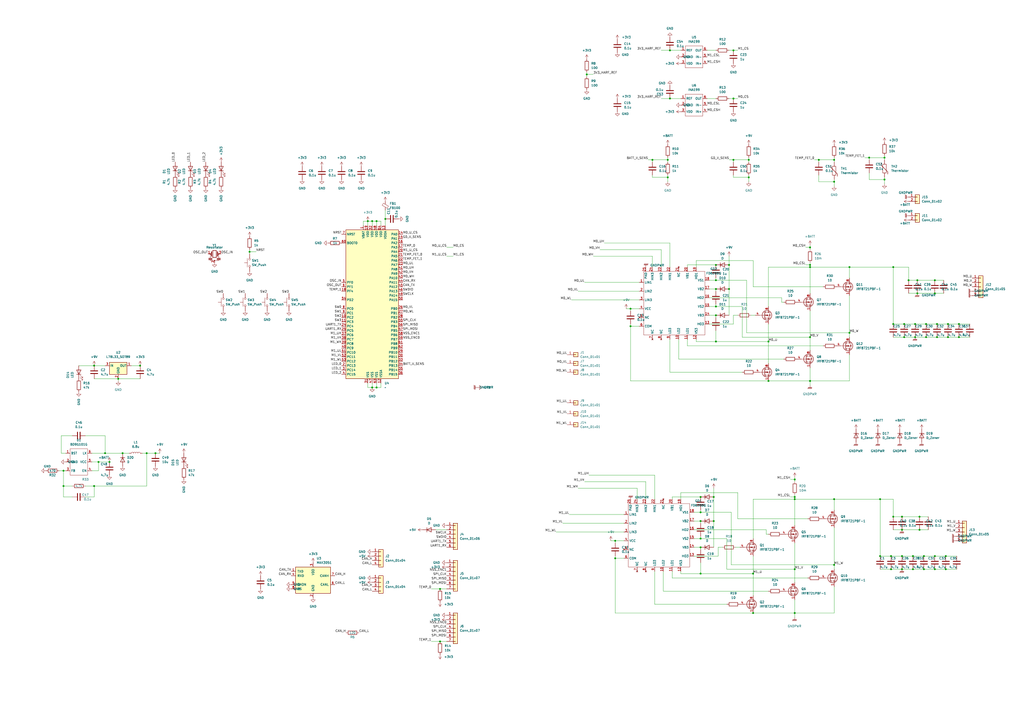
<source format=kicad_sch>
(kicad_sch (version 20211123) (generator eeschema)
  (paper "A2")
  (junction (at 510.54 322.58))
  (junction (at 365.76 179.07))
  (junction (at 542.29 322.58))
  (junction (at 255.27 372.11))
  (junction (at 523.24 299.72))
  (junction (at 340.36 43.18))
  (junction (at 387.35 102.87))
  (junction (at 215.9 224.79))
  (junction (at 532.13 170.18))
  (junction (at 516.89 330.2))
  (junction (at 542.29 330.2))
  (junction (at 425.45 92.71))
  (junction (at 434.34 102.87))
  (junction (at 513.08 91.44))
  (junction (at 90.17 262.89))
  (junction (at 387.35 92.71))
  (junction (at 542.29 162.56))
  (junction (at 255.27 341.63))
  (junction (at 57.15 267.97))
  (junction (at 518.16 299.72))
  (junction (at 415.29 167.64))
  (junction (at 406.4 312.42))
  (junction (at 537.21 187.96))
  (junction (at 530.86 187.96))
  (junction (at 518.16 154.94))
  (junction (at 436.88 332.74))
  (junction (at 461.01 289.56))
  (junction (at 218.44 224.79))
  (junction (at 469.9 220.98))
  (junction (at 60.96 262.89))
  (junction (at 223.52 127))
  (junction (at 415.29 177.8))
  (junction (at 414.02 288.29))
  (junction (at 513.08 104.14))
  (junction (at 81.28 212.09))
  (junction (at 445.77 198.12))
  (junction (at 415.29 162.56))
  (junction (at 483.87 92.71))
  (junction (at 516.89 322.58))
  (junction (at 527.05 162.56))
  (junction (at 543.56 195.58))
  (junction (at 524.51 187.96))
  (junction (at 461.01 278.13))
  (junction (at 548.64 322.58))
  (junction (at 549.91 187.96))
  (junction (at 529.59 330.2))
  (junction (at 535.94 330.2))
  (junction (at 483.87 105.41))
  (junction (at 436.88 355.6))
  (junction (at 406.4 288.29))
  (junction (at 469.9 154.94))
  (junction (at 543.56 187.96))
  (junction (at 532.13 162.56))
  (junction (at 54.61 281.94))
  (junction (at 492.76 193.04))
  (junction (at 215.9 128.27))
  (junction (at 549.91 195.58))
  (junction (at 523.24 307.34))
  (junction (at 533.4 307.34))
  (junction (at 422.91 153.67))
  (junction (at 548.64 330.2))
  (junction (at 529.59 322.58))
  (junction (at 474.98 92.71))
  (junction (at 434.34 92.71))
  (junction (at 356.87 323.85))
  (junction (at 504.19 91.44))
  (junction (at 388.62 57.15))
  (junction (at 537.21 195.58))
  (junction (at 469.9 195.58))
  (junction (at 68.58 219.71))
  (junction (at 406.4 317.5))
  (junction (at 36.83 281.94))
  (junction (at 533.4 299.72))
  (junction (at 461.01 355.6))
  (junction (at 378.46 92.71))
  (junction (at 445.77 220.98))
  (junction (at 63.5 267.97))
  (junction (at 530.86 195.58))
  (junction (at 213.36 128.27))
  (junction (at 469.9 143.51))
  (junction (at 461.01 288.29))
  (junction (at 218.44 128.27))
  (junction (at 535.94 322.58))
  (junction (at 492.76 154.94))
  (junction (at 422.91 167.64))
  (junction (at 556.26 187.96))
  (junction (at 542.29 170.18))
  (junction (at 406.4 302.26))
  (junction (at 71.12 262.89))
  (junction (at 510.54 289.56))
  (junction (at 523.24 330.2))
  (junction (at 406.4 297.18))
  (junction (at 415.29 198.12))
  (junction (at 406.4 332.74))
  (junction (at 469.9 153.67))
  (junction (at 356.87 313.69))
  (junction (at 425.45 29.21))
  (junction (at 414.02 302.26))
  (junction (at 388.62 29.21))
  (junction (at 425.45 57.15))
  (junction (at 144.78 146.05))
  (junction (at 415.29 153.67))
  (junction (at 523.24 322.58))
  (junction (at 415.29 182.88))
  (junction (at 556.26 195.58))
  (junction (at 461.01 330.2))
  (junction (at 85.09 262.89))
  (junction (at 365.76 189.23))
  (junction (at 483.87 289.56))
  (junction (at 483.87 327.66))
  (junction (at 36.83 273.05))
  (junction (at 518.16 187.96))
  (junction (at 524.51 195.58))
  (junction (at 54.61 212.09))
  (wire (pts (xy 548.64 322.58) (xy 554.99 322.58)))
  (wire (pts (xy 402.59 307.34) (xy 444.5 307.34)))
  (wire (pts (xy 518.16 187.96) (xy 524.51 187.96)))
  (wire (pts (xy 532.13 170.18) (xy 542.29 170.18)))
  (wire (pts (xy 469.9 142.24) (xy 469.9 143.51)))
  (wire (pts (xy 218.44 128.27) (xy 220.98 128.27)))
  (wire (pts (xy 492.76 220.98) (xy 492.76 205.74)))
  (wire (pts (xy 461.01 330.2) (xy 461.01 337.82)))
  (wire (pts (xy 426.72 317.5) (xy 429.26 317.5)))
  (wire (pts (xy 68.58 219.71) (xy 68.58 220.98)))
  (wire (pts (xy 434.34 102.87) (xy 434.34 101.6)))
  (wire (pts (xy 469.9 154.94) (xy 492.76 154.94)))
  (wire (pts (xy 410.21 29.21) (xy 415.29 29.21)))
  (wire (pts (xy 421.64 312.42) (xy 421.64 330.2)))
  (wire (pts (xy 469.9 220.98) (xy 492.76 220.98)))
  (wire (pts (xy 379.73 331.47) (xy 379.73 350.52)))
  (wire (pts (xy 549.91 195.58) (xy 556.26 195.58)))
  (wire (pts (xy 71.12 262.89) (xy 74.93 262.89)))
  (wire (pts (xy 379.73 289.56) (xy 379.73 275.59)))
  (wire (pts (xy 434.34 91.44) (xy 434.34 92.71)))
  (wire (pts (xy 504.19 100.33) (xy 504.19 104.14)))
  (wire (pts (xy 469.9 143.51) (xy 469.9 144.78)))
  (wire (pts (xy 406.4 288.29) (xy 389.89 288.29)))
  (wire (pts (xy 411.48 162.56) (xy 415.29 162.56)))
  (wire (pts (xy 461.01 276.86) (xy 461.01 278.13)))
  (wire (pts (xy 210.82 130.81) (xy 210.82 128.27)))
  (wire (pts (xy 483.87 91.44) (xy 483.87 92.71)))
  (wire (pts (xy 436.88 151.13) (xy 403.86 151.13)))
  (wire (pts (xy 406.4 295.91) (xy 406.4 297.18)))
  (wire (pts (xy 223.52 127) (xy 223.52 130.81)))
  (wire (pts (xy 406.4 332.74) (xy 436.88 332.74)))
  (wire (pts (xy 510.54 330.2) (xy 516.89 330.2)))
  (wire (pts (xy 54.61 288.29) (xy 54.61 281.94)))
  (wire (pts (xy 144.78 146.05) (xy 148.59 146.05)))
  (wire (pts (xy 41.91 288.29) (xy 36.83 288.29)))
  (wire (pts (xy 527.05 170.18) (xy 532.13 170.18)))
  (wire (pts (xy 445.77 220.98) (xy 469.9 220.98)))
  (wire (pts (xy 510.54 322.58) (xy 510.54 289.56)))
  (wire (pts (xy 370.84 168.91) (xy 335.28 168.91)))
  (wire (pts (xy 388.62 215.9) (xy 430.53 215.9)))
  (wire (pts (xy 425.45 57.15) (xy 427.99 57.15)))
  (wire (pts (xy 68.58 219.71) (xy 81.28 219.71)))
  (wire (pts (xy 370.84 179.07) (xy 365.76 179.07)))
  (wire (pts (xy 383.54 57.15) (xy 388.62 57.15)))
  (wire (pts (xy 513.08 104.14) (xy 513.08 102.87)))
  (wire (pts (xy 427.99 300.99) (xy 427.99 285.75)))
  (wire (pts (xy 483.87 105.41) (xy 483.87 107.95)))
  (wire (pts (xy 474.98 105.41) (xy 483.87 105.41)))
  (wire (pts (xy 425.45 101.6) (xy 425.45 102.87)))
  (wire (pts (xy 90.17 262.89) (xy 92.71 262.89)))
  (wire (pts (xy 433.07 193.04) (xy 492.76 193.04)))
  (wire (pts (xy 414.02 302.26) (xy 414.02 317.5)))
  (wire (pts (xy 415.29 153.67) (xy 398.78 153.67)))
  (wire (pts (xy 461.01 287.02) (xy 461.01 288.29)))
  (wire (pts (xy 344.17 148.59) (xy 378.46 148.59)))
  (wire (pts (xy 406.4 302.26) (xy 406.4 303.53)))
  (wire (pts (xy 415.29 162.56) (xy 433.07 162.56)))
  (wire (pts (xy 76.2 212.09) (xy 81.28 212.09)))
  (wire (pts (xy 430.53 195.58) (xy 469.9 195.58)))
  (wire (pts (xy 406.4 297.18) (xy 424.18 297.18)))
  (wire (pts (xy 527.05 162.56) (xy 532.13 162.56)))
  (wire (pts (xy 387.35 91.44) (xy 387.35 92.71)))
  (wire (pts (xy 516.89 322.58) (xy 510.54 322.58)))
  (wire (pts (xy 398.78 153.67) (xy 398.78 154.94)))
  (wire (pts (xy 406.4 311.15) (xy 406.4 312.42)))
  (wire (pts (xy 54.61 212.09) (xy 60.96 212.09)))
  (wire (pts (xy 393.7 208.28) (xy 454.66 208.28)))
  (wire (pts (xy 354.33 313.69) (xy 356.87 313.69)))
  (wire (pts (xy 425.45 187.96) (xy 411.48 187.96)))
  (wire (pts (xy 436.88 166.37) (xy 436.88 151.13)))
  (wire (pts (xy 378.46 101.6) (xy 378.46 102.87)))
  (wire (pts (xy 469.9 153.67) (xy 469.9 154.94)))
  (wire (pts (xy 445.77 154.94) (xy 469.9 154.94)))
  (wire (pts (xy 215.9 128.27) (xy 215.9 130.81)))
  (wire (pts (xy 518.16 195.58) (xy 524.51 195.58)))
  (wire (pts (xy 361.95 313.69) (xy 356.87 313.69)))
  (wire (pts (xy 453.39 172.72) (xy 453.39 175.26)))
  (wire (pts (xy 444.5 309.88) (xy 445.77 309.88)))
  (wire (pts (xy 356.87 322.58) (xy 356.87 323.85)))
  (wire (pts (xy 406.4 326.39) (xy 406.4 332.74)))
  (wire (pts (xy 436.88 322.58) (xy 436.88 332.74)))
  (wire (pts (xy 518.16 307.34) (xy 523.24 307.34)))
  (wire (pts (xy 356.87 313.69) (xy 356.87 314.96)))
  (wire (pts (xy 259.08 148.59) (xy 262.89 148.59)))
  (wire (pts (xy 215.9 128.27) (xy 218.44 128.27)))
  (wire (pts (xy 410.21 57.15) (xy 415.29 57.15)))
  (wire (pts (xy 411.48 177.8) (xy 415.29 177.8)))
  (wire (pts (xy 435.61 182.88) (xy 438.15 182.88)))
  (wire (pts (xy 422.91 148.59) (xy 422.91 153.67)))
  (wire (pts (xy 467.36 153.67) (xy 469.9 153.67)))
  (wire (pts (xy 398.78 200.66) (xy 477.52 200.66)))
  (wire (pts (xy 533.4 299.72) (xy 538.48 299.72)))
  (wire (pts (xy 445.77 187.96) (xy 445.77 198.12)))
  (wire (pts (xy 36.83 288.29) (xy 36.83 281.94)))
  (wire (pts (xy 523.24 322.58) (xy 516.89 322.58)))
  (wire (pts (xy 36.83 281.94) (xy 36.83 273.05)))
  (wire (pts (xy 419.1 317.5) (xy 416.56 317.5)))
  (wire (pts (xy 85.09 281.94) (xy 85.09 262.89)))
  (wire (pts (xy 361.95 303.53) (xy 326.39 303.53)))
  (wire (pts (xy 403.86 196.85) (xy 403.86 198.12)))
  (wire (pts (xy 403.86 151.13) (xy 403.86 154.94)))
  (wire (pts (xy 414.02 288.29) (xy 414.02 302.26)))
  (wire (pts (xy 54.61 281.94) (xy 85.09 281.94)))
  (wire (pts (xy 445.77 198.12) (xy 445.77 210.82)))
  (wire (pts (xy 356.87 355.6) (xy 356.87 323.85)))
  (wire (pts (xy 542.29 162.56) (xy 547.37 162.56)))
  (wire (pts (xy 259.08 143.51) (xy 262.89 143.51)))
  (wire (pts (xy 513.08 104.14) (xy 513.08 106.68)))
  (wire (pts (xy 518.16 299.72) (xy 523.24 299.72)))
  (wire (pts (xy 60.96 262.89) (xy 60.96 252.73)))
  (wire (pts (xy 518.16 154.94) (xy 527.05 154.94)))
  (wire (pts (xy 53.34 267.97) (xy 57.15 267.97)))
  (wire (pts (xy 415.29 191.77) (xy 415.29 198.12)))
  (wire (pts (xy 425.45 29.21) (xy 427.99 29.21)))
  (wire (pts (xy 36.83 273.05) (xy 38.1 273.05)))
  (wire (pts (xy 406.4 312.42) (xy 421.64 312.42)))
  (wire (pts (xy 402.59 302.26) (xy 406.4 302.26)))
  (wire (pts (xy 474.98 93.98) (xy 474.98 92.71)))
  (wire (pts (xy 340.36 43.18) (xy 340.36 44.45)))
  (wire (pts (xy 530.86 195.58) (xy 537.21 195.58)))
  (wire (pts (xy 335.28 283.21) (xy 369.57 283.21)))
  (wire (pts (xy 213.36 128.27) (xy 215.9 128.27)))
  (wire (pts (xy 406.4 317.5) (xy 406.4 318.77)))
  (wire (pts (xy 250.19 372.11) (xy 255.27 372.11)))
  (wire (pts (xy 533.4 307.34) (xy 538.48 307.34)))
  (wire (pts (xy 388.62 57.15) (xy 394.97 57.15)))
  (wire (pts (xy 85.09 262.89) (xy 90.17 262.89)))
  (wire (pts (xy 518.16 154.94) (xy 518.16 187.96)))
  (wire (pts (xy 424.18 327.66) (xy 483.87 327.66)))
  (wire (pts (xy 215.9 222.25) (xy 215.9 224.79)))
  (wire (pts (xy 218.44 224.79) (xy 220.98 224.79)))
  (wire (pts (xy 461.01 355.6) (xy 461.01 358.14)))
  (wire (pts (xy 415.29 182.88) (xy 415.29 184.15)))
  (wire (pts (xy 424.18 297.18) (xy 424.18 327.66)))
  (wire (pts (xy 374.65 289.56) (xy 374.65 279.4)))
  (wire (pts (xy 416.56 317.5) (xy 416.56 322.58)))
  (wire (pts (xy 492.76 154.94) (xy 518.16 154.94)))
  (wire (pts (xy 425.45 182.88) (xy 425.45 187.96)))
  (wire (pts (xy 483.87 105.41) (xy 483.87 104.14)))
  (wire (pts (xy 542.29 170.18) (xy 547.37 170.18)))
  (wire (pts (xy 469.9 154.94) (xy 469.9 170.18)))
  (wire (pts (xy 422.91 57.15) (xy 425.45 57.15)))
  (wire (pts (xy 57.15 273.05) (xy 57.15 267.97)))
  (wire (pts (xy 518.16 289.56) (xy 510.54 289.56)))
  (wire (pts (xy 444.5 307.34) (xy 444.5 309.88)))
  (wire (pts (xy 363.22 179.07) (xy 365.76 179.07)))
  (wire (pts (xy 378.46 92.71) (xy 387.35 92.71)))
  (wire (pts (xy 415.29 198.12) (xy 445.77 198.12)))
  (wire (pts (xy 513.08 91.44) (xy 513.08 92.71)))
  (wire (pts (xy 543.56 195.58) (xy 549.91 195.58)))
  (wire (pts (xy 472.44 92.71) (xy 474.98 92.71)))
  (wire (pts (xy 411.48 167.64) (xy 415.29 167.64)))
  (wire (pts (xy 532.13 162.56) (xy 542.29 162.56)))
  (wire (pts (xy 425.45 102.87) (xy 434.34 102.87)))
  (wire (pts (xy 436.88 166.37) (xy 477.52 166.37)))
  (wire (pts (xy 213.36 222.25) (xy 213.36 224.79)))
  (wire (pts (xy 255.27 372.11) (xy 259.08 372.11)))
  (wire (pts (xy 60.96 262.89) (xy 71.12 262.89)))
  (wire (pts (xy 347.98 144.78) (xy 383.54 144.78)))
  (wire (pts (xy 504.19 91.44) (xy 513.08 91.44)))
  (wire (pts (xy 513.08 90.17) (xy 513.08 91.44)))
  (wire (pts (xy 369.57 289.56) (xy 369.57 283.21)))
  (wire (pts (xy 388.62 154.94) (xy 388.62 140.97)))
  (wire (pts (xy 388.62 29.21) (xy 394.97 29.21)))
  (wire (pts (xy 394.97 331.47) (xy 394.97 332.74)))
  (wire (pts (xy 415.29 167.64) (xy 415.29 168.91)))
  (wire (pts (xy 535.94 330.2) (xy 542.29 330.2)))
  (wire (pts (xy 501.65 91.44) (xy 504.19 91.44)))
  (wire (pts (xy 504.19 92.71) (xy 504.19 91.44)))
  (wire (pts (xy 414.02 283.21) (xy 414.02 288.29)))
  (wire (pts (xy 389.89 335.28) (xy 468.63 335.28)))
  (wire (pts (xy 340.36 43.18) (xy 344.17 43.18)))
  (wire (pts (xy 537.21 195.58) (xy 543.56 195.58)))
  (wire (pts (xy 411.48 182.88) (xy 415.29 182.88)))
  (wire (pts (xy 474.98 92.71) (xy 483.87 92.71)))
  (wire (pts (xy 421.64 330.2) (xy 461.01 330.2)))
  (wire (pts (xy 41.91 281.94) (xy 36.83 281.94)))
  (wire (pts (xy 403.86 198.12) (xy 415.29 198.12)))
  (wire (pts (xy 530.86 187.96) (xy 537.21 187.96)))
  (wire (pts (xy 436.88 312.42) (xy 436.88 289.56)))
  (wire (pts (xy 529.59 322.58) (xy 535.94 322.58)))
  (wire (pts (xy 434.34 92.71) (xy 434.34 93.98)))
  (wire (pts (xy 461.01 355.6) (xy 483.87 355.6)))
  (wire (pts (xy 340.36 41.91) (xy 340.36 43.18)))
  (wire (pts (xy 504.19 104.14) (xy 513.08 104.14)))
  (wire (pts (xy 445.77 220.98) (xy 365.76 220.98)))
  (wire (pts (xy 375.92 92.71) (xy 378.46 92.71)))
  (wire (pts (xy 361.95 298.45) (xy 330.2 298.45)))
  (wire (pts (xy 422.91 167.64) (xy 422.91 182.88)))
  (wire (pts (xy 469.9 213.36) (xy 469.9 220.98)))
  (wire (pts (xy 548.64 330.2) (xy 554.99 330.2)))
  (wire (pts (xy 461.01 278.13) (xy 461.01 279.4)))
  (wire (pts (xy 469.9 195.58) (xy 469.9 203.2)))
  (wire (pts (xy 82.55 262.89) (xy 85.09 262.89)))
  (wire (pts (xy 223.52 121.92) (xy 223.52 127)))
  (wire (pts (xy 529.59 330.2) (xy 535.94 330.2)))
  (wire (pts (xy 388.62 196.85) (xy 388.62 215.9)))
  (wire (pts (xy 523.24 299.72) (xy 533.4 299.72)))
  (wire (pts (xy 384.81 331.47) (xy 384.81 342.9)))
  (wire (pts (xy 220.98 224.79) (xy 220.98 222.25)))
  (wire (pts (xy 483.87 306.07) (xy 483.87 327.66)))
  (wire (pts (xy 365.76 187.96) (xy 365.76 189.23)))
  (wire (pts (xy 427.99 285.75) (xy 394.97 285.75)))
  (wire (pts (xy 422.91 29.21) (xy 425.45 29.21)))
  (wire (pts (xy 461.01 347.98) (xy 461.01 355.6)))
  (wire (pts (xy 436.88 355.6) (xy 356.87 355.6)))
  (wire (pts (xy 461.01 314.96) (xy 461.01 330.2)))
  (wire (pts (xy 54.61 219.71) (xy 68.58 219.71)))
  (wire (pts (xy 35.56 252.73) (xy 35.56 262.89)))
  (wire (pts (xy 529.59 322.58) (xy 523.24 322.58)))
  (wire (pts (xy 549.91 187.96) (xy 556.26 187.96)))
  (wire (pts (xy 483.87 289.56) (xy 483.87 295.91)))
  (wire (pts (xy 483.87 355.6) (xy 483.87 340.36)))
  (wire (pts (xy 389.89 288.29) (xy 389.89 289.56)))
  (wire (pts (xy 434.34 102.87) (xy 434.34 105.41)))
  (wire (pts (xy 144.78 146.05) (xy 144.78 147.32)))
  (wire (pts (xy 383.54 29.21) (xy 388.62 29.21)))
  (wire (pts (xy 402.59 297.18) (xy 406.4 297.18)))
  (wire (pts (xy 469.9 152.4) (xy 469.9 153.67)))
  (wire (pts (xy 492.76 193.04) (xy 492.76 195.58)))
  (wire (pts (xy 389.89 331.47) (xy 389.89 335.28)))
  (wire (pts (xy 469.9 220.98) (xy 469.9 223.52)))
  (wire (pts (xy 527.05 154.94) (xy 527.05 162.56)))
  (wire (pts (xy 213.36 224.79) (xy 215.9 224.79)))
  (wire (pts (xy 542.29 322.58) (xy 548.64 322.58)))
  (wire (pts (xy 436.88 355.6) (xy 461.01 355.6)))
  (wire (pts (xy 542.29 330.2) (xy 548.64 330.2)))
  (wire (pts (xy 524.51 195.58) (xy 530.86 195.58)))
  (wire (pts (xy 416.56 322.58) (xy 402.59 322.58)))
  (wire (pts (xy 453.39 175.26) (xy 454.66 175.26)))
  (wire (pts (xy 422.91 92.71) (xy 425.45 92.71)))
  (wire (pts (xy 35.56 262.89) (xy 38.1 262.89)))
  (wire (pts (xy 210.82 128.27) (xy 213.36 128.27)))
  (wire (pts (xy 387.35 92.71) (xy 387.35 93.98)))
  (wire (pts (xy 365.76 189.23) (xy 370.84 189.23)))
  (wire (pts (xy 218.44 222.25) (xy 218.44 224.79)))
  (wire (pts (xy 49.53 252.73) (xy 60.96 252.73)))
  (wire (pts (xy 365.76 220.98) (xy 365.76 189.23)))
  (wire (pts (xy 411.48 172.72) (xy 453.39 172.72)))
  (wire (pts (xy 543.56 187.96) (xy 549.91 187.96)))
  (wire (pts (xy 483.87 92.71) (xy 483.87 93.98)))
  (wire (pts (xy 144.78 144.78) (xy 144.78 146.05)))
  (wire (pts (xy 427.99 300.99) (xy 468.63 300.99)))
  (wire (pts (xy 387.35 102.87) (xy 387.35 101.6)))
  (wire (pts (xy 252.73 307.34) (xy 259.08 307.34)))
  (wire (pts (xy 341.63 275.59) (xy 379.73 275.59)))
  (wire (pts (xy 49.53 288.29) (xy 54.61 288.29)))
  (wire (pts (xy 523.24 307.34) (xy 533.4 307.34)))
  (wire (pts (xy 378.46 102.87) (xy 387.35 102.87)))
  (wire (pts (xy 469.9 180.34) (xy 469.9 195.58)))
  (wire (pts (xy 474.98 101.6) (xy 474.98 105.41)))
  (wire (pts (xy 425.45 92.71) (xy 434.34 92.71)))
  (wire (pts (xy 402.59 317.5) (xy 406.4 317.5)))
  (wire (pts (xy 430.53 177.8) (xy 430.53 195.58)))
  (wire (pts (xy 461.01 289.56) (xy 461.01 304.8)))
  (wire (pts (xy 483.87 327.66) (xy 483.87 330.2)))
  (wire (pts (xy 433.07 162.56) (xy 433.07 193.04)))
  (wire (pts (xy 250.19 341.63) (xy 255.27 341.63)))
  (wire (pts (xy 422.91 153.67) (xy 422.91 167.64)))
  (wire (pts (xy 461.01 289.56) (xy 483.87 289.56)))
  (wire (pts (xy 387.35 102.87) (xy 387.35 105.41)))
  (wire (pts (xy 370.84 163.83) (xy 339.09 163.83)))
  (wire (pts (xy 53.34 262.89) (xy 60.96 262.89)))
  (wire (pts (xy 370.84 173.99) (xy 331.47 173.99)))
  (wire (pts (xy 492.76 171.45) (xy 492.76 193.04)))
  (wire (pts (xy 213.36 128.27) (xy 213.36 130.81)))
  (wire (pts (xy 556.26 195.58) (xy 562.61 195.58)))
  (wire (pts (xy 524.51 187.96) (xy 530.86 187.96)))
  (wire (pts (xy 57.15 267.97) (xy 63.5 267.97)))
  (wire (pts (xy 467.36 143.51) (xy 469.9 143.51)))
  (wire (pts (xy 45.72 212.09) (xy 54.61 212.09)))
  (wire (pts (xy 378.46 93.98) (xy 378.46 92.71)))
  (wire (pts (xy 427.99 182.88) (xy 425.45 182.88)))
  (wire (pts (xy 365.76 179.07) (xy 365.76 180.34)))
  (wire (pts (xy 34.29 273.05) (xy 36.83 273.05)))
  (wire (pts (xy 535.94 322.58) (xy 542.29 322.58)))
  (wire (pts (xy 41.91 252.73) (xy 35.56 252.73)))
  (wire (pts (xy 384.81 342.9) (xy 445.77 342.9)))
  (wire (pts (xy 218.44 128.27) (xy 218.44 130.81)))
  (wire (pts (xy 415.29 177.8) (xy 430.53 177.8)))
  (wire (pts (xy 356.87 323.85) (xy 361.95 323.85)))
  (wire (pts (xy 394.97 285.75) (xy 394.97 289.56)))
  (wire (pts (xy 220.98 128.27) (xy 220.98 130.81)))
  (wire (pts (xy 350.52 140.97) (xy 388.62 140.97)))
  (wire (pts (xy 215.9 224.79) (xy 218.44 224.79)))
  (wire (pts (xy 461.01 288.29) (xy 461.01 289.56)))
  (wire (pts (xy 415.29 176.53) (xy 415.29 177.8)))
  (wire (pts (xy 537.21 187.96) (xy 543.56 187.96)))
  (wire (pts (xy 518.16 299.72) (xy 518.16 289.56)))
  (wire (pts (xy 425.45 93.98) (xy 425.45 92.71)))
  (wire (pts (xy 54.61 281.94) (xy 49.53 281.94)))
  (wire (pts (xy 339.09 279.4) (xy 374.65 279.4)))
  (wire (pts (xy 436.88 332.74) (xy 436.88 345.44)))
  (wire (pts (xy 394.97 332.74) (xy 406.4 332.74)))
  (wire (pts (xy 361.95 308.61) (xy 322.58 308.61)))
  (wire (pts (xy 458.47 278.13) (xy 461.01 278.13)))
  (wire (pts (xy 516.89 330.2) (xy 523.24 330.2)))
  (wire (pts (xy 378.46 154.94) (xy 378.46 148.59)))
  (wire (pts (xy 445.77 177.8) (xy 445.77 154.94)))
  (wire (pts (xy 379.73 350.52) (xy 421.64 350.52)))
  (wire (pts (xy 402.59 312.42) (xy 406.4 312.42)))
  (wire (pts (xy 393.7 196.85) (xy 393.7 208.28)))
  (wire (pts (xy 436.88 289.56) (xy 461.01 289.56)))
  (wire (pts (xy 53.34 273.05) (xy 57.15 273.05)))
  (wire (pts (xy 415.29 161.29) (xy 415.29 162.56)))
  (wire (pts (xy 523.24 330.2) (xy 529.59 330.2)))
  (wire (pts (xy 255.27 341.63) (xy 259.08 341.63)))
  (wire (pts (xy 398.78 196.85) (xy 398.78 200.66)))
  (wire (pts (xy 458.47 288.29) (xy 461.01 288.29)))
  (wire (pts (xy 556.26 187.96) (xy 562.61 187.96)))
  (wire (pts (xy 383.54 154.94) (xy 383.54 144.78)))
  (wire (pts (xy 492.76 154.94) (xy 492.76 161.29)))
  (wire (pts (xy 483.87 289.56) (xy 510.54 289.56)))
  (label "M1_UH" (at 341.63 275.59 180))
  (label "3V3_HARF_REF" (at 383.54 29.21 180))
  (label "M1_W" (at 483.87 327.66 0))
  (label "SWCLK" (at 259.08 309.88 180))
  (label "NSS_ENC0" (at 233.68 196.85 0))
  (label "SW2" (at 198.12 184.15 180))
  (label "SWDIO" (at 233.68 168.91 0))
  (label "M0_VL" (at 335.28 168.91 180))
  (label "LED_2" (at 119.38 93.98 90))
  (label "M0_WL" (at 233.68 181.61 0))
  (label "CAN_TX" (at 233.68 166.37 0))
  (label "M1_U" (at 436.88 332.74 0))
  (label "SPI_MOSI" (at 259.08 369.57 180))
  (label "SWDIO" (at 259.08 312.42 180))
  (label "M0_CSH" (at 467.36 143.51 180))
  (label "NSS_ENC1" (at 233.68 194.31 0))
  (label "M1_V" (at 461.01 330.2 0))
  (label "3V3_HARF_REF" (at 383.54 57.15 180))
  (label "TEMP_FET_1" (at 233.68 151.13 0))
  (label "OSC_OUT" (at 198.12 166.37 180))
  (label "M0_WH" (at 233.68 161.29 0))
  (label "BATT_V_SENS" (at 375.92 92.71 180))
  (label "3V3_HARF_REF" (at 344.17 43.18 0))
  (label "M0_UL" (at 339.09 163.83 180))
  (label "M0_WL" (at 331.47 173.99 180))
  (label "SW1" (at 198.12 181.61 180))
  (label "M0_W" (at 563.88 166.37 180))
  (label "CAN_L" (at 194.31 339.09 0))
  (label "SW3" (at 167.64 170.18 180))
  (label "M0_UH" (at 350.52 140.97 180))
  (label "LED_2" (at 198.12 217.17 180))
  (label "CAN_L" (at 208.28 367.03 0))
  (label "SPI_MISO" (at 233.68 189.23 0))
  (label "SW1" (at 142.24 170.18 180))
  (label "NRST" (at 148.59 146.05 0))
  (label "OSC_IN" (at 128.27 147.32 0))
  (label "M0_UL" (at 233.68 153.67 0))
  (label "M1_WL" (at 198.12 209.55 180))
  (label "M0_V" (at 563.88 163.83 180))
  (label "M0_CSL" (at 410.21 60.96 0))
  (label "M0_CSL" (at 467.36 153.67 180))
  (label "M0_U_CS" (at 259.08 143.51 180))
  (label "M0_U" (at 445.77 198.12 0))
  (label "M0_U" (at 563.88 161.29 180))
  (label "M1_VH" (at 198.12 196.85 180))
  (label "OSC_IN" (at 198.12 163.83 180))
  (label "M1_CSH" (at 410.21 36.83 0))
  (label "M1_VL" (at 198.12 207.01 180))
  (label "CAN_H" (at 215.9 325.12 180))
  (label "M0_UL" (at 328.93 205.74 180))
  (label "M0_UH" (at 233.68 156.21 0))
  (label "M0_VH" (at 233.68 158.75 0))
  (label "M1_U" (at 554.355 303.53 180))
  (label "CAN_H" (at 194.31 334.01 0))
  (label "TEMP_FET_1" (at 501.65 91.44 180))
  (label "M1_V" (at 554.355 306.07 180))
  (label "CAN_RX" (at 233.68 163.83 0))
  (label "TEMP_1" (at 198.12 168.91 180))
  (label "M0_VL" (at 233.68 179.07 0))
  (label "SPI_CLK" (at 259.08 334.01 180))
  (label "M0_VL" (at 328.93 210.82 180))
  (label "M0_W" (at 492.76 193.04 0))
  (label "M1_UL" (at 198.12 204.47 180))
  (label "TEMP_FET_0" (at 233.68 148.59 0))
  (label "UART1_RX" (at 198.12 191.77 180))
  (label "NRST" (at 198.12 135.89 180))
  (label "M0_VH" (at 347.98 144.78 180))
  (label "UART1_TX" (at 259.08 314.96 180))
  (label "LED_0" (at 101.6 93.98 90))
  (label "M0_WH" (at 344.17 148.59 180))
  (label "GD_V_SENS" (at 422.91 92.71 180))
  (label "M1_VL" (at 328.93 240.03 180))
  (label "M1_UL" (at 330.2 298.45 180))
  (label "GD_V_SENS" (at 233.68 138.43 0))
  (label "M1_VH" (at 339.09 279.4 180))
  (label "M1_W" (at 554.355 308.61 180))
  (label "M1_UL" (at 328.93 233.68 180))
  (label "CAN_L" (at 215.9 327.66 180))
  (label "SWCLK" (at 233.68 171.45 0))
  (label "NSS_ENC1" (at 259.08 331.47 180))
  (label "M1_CSL" (at 410.21 33.02 0))
  (label "OSC_OUT" (at 120.65 147.32 180))
  (label "LED_1" (at 198.12 214.63 180))
  (label "M0_CS" (at 427.99 57.15 0))
  (label "CAN_RX" (at 168.91 334.01 180))
  (label "SPI_MOSI" (at 233.68 191.77 0))
  (label "M1_CSH" (at 458.47 278.13 180))
  (label "SPI_MOSI" (at 259.08 339.09 180))
  (label "SPI_CLK" (at 259.08 364.49 180))
  (label "M1_WL" (at 322.58 308.61 180))
  (label "M0_CSH" (at 410.21 64.77 0))
  (label "NSS_ENC0" (at 259.08 361.95 180))
  (label "M1_CSL" (at 458.47 288.29 180))
  (label "SPI_MISO" (at 259.08 367.03 180))
  (label "M1_U_CS" (at 259.08 148.59 180))
  (label "UART1_TX" (at 198.12 189.23 180))
  (label "TEMP_0" (at 233.68 143.51 0))
  (label "M1_CS" (at 427.99 29.21 0))
  (label "TEMP_1" (at 250.19 372.11 180))
  (label "M0_U_CS" (at 233.68 135.89 0))
  (label "M1_WH" (at 198.12 199.39 180))
  (label "CAN_H" (at 200.66 367.03 180))
  (label "SW0" (at 198.12 179.07 180))
  (label "SW2" (at 154.94 170.18 180))
  (label "M1_U_CS" (at 233.68 146.05 0))
  (label "M1_VL" (at 326.39 303.53 180))
  (label "M0_WL" (at 328.93 215.9 180))
  (label "LED_0" (at 198.12 212.09 180))
  (label "UART1_RX" (at 259.08 317.5 180))
  (label "M1_WL" (at 328.93 246.38 180))
  (label "SW3" (at 198.12 186.69 180))
  (label "SPI_CLK" (at 233.68 186.69 0))
  (label "CAN_TX" (at 168.91 331.47 180))
  (label "CAN_H" (at 215.9 340.36 180))
  (label "BATT_V_SENS" (at 233.68 212.09 0))
  (label "SW0" (at 129.54 170.18 180))
  (label "SPI_MISO" (at 259.08 336.55 180))
  (label "M1_WH" (at 335.28 283.21 180))
  (label "TEMP_FET_0" (at 472.44 92.71 180))
  (label "M1_UH" (at 198.12 194.31 180))
  (label "LED_1" (at 110.49 93.98 90))
  (label "TEMP_0" (at 250.19 341.63 180))
  (label "CAN_L" (at 215.9 342.9 180))
  (label "M1_CS" (at 262.89 148.59 0))
  (label "M0_CS" (at 262.89 143.51 0))
  (label "M0_V" (at 469.9 195.58 0))
  (symbol (lib_id "power:GNDPWR") (at 532.13 170.18 0) (unit 1)
    (property "Reference" "#PWR076" (effects hide))
    (property "Value" "GNDPWR" (at 534.67 171.2467 0) (effects (justify left)))
  )
  (symbol (lib_id "Transistor_FET:IRF8721PBF-1") (at 458.47 342.9 0) (unit 1)
    (property "Reference" "Q6" (at 464.82 341.6299 0) (effects (justify left)))
    (property "Value" "IRF8721PBF-1" (at 464.82 344.1699 0) (effects (justify left)))
    (property "Footprint" "Package_TO_SOT_SMD:LFPAK56" (effects hide))
    (property "Datasheet" "http://www.irf.com/product-info/datasheets/data/irf8721pbf-1.pdf" (effects hide))
  )
  (symbol (lib_id "Device:C") (at 198.12 100.33 180) (unit 1)
    (property "Reference" "C8" (at 201.93 99.0599 0) (effects (justify right)))
    (property "Value" "0.1u" (at 201.93 101.5999 0) (effects (justify right)))
    (property "Footprint" "Capacitor_SMD:C_0402_1005Metric" (effects hide))
  )
  (symbol (lib_id "Device:D") (at 419.1 167.64 0) (unit 1)
    (property "Reference" "D10" (at 419.1 161.29 0))
    (property "Value" "D" (at 419.1 163.83 0))
    (property "Footprint" "Diode_SMD:D_0603_1608Metric" (effects hide))
  )
  (symbol (lib_id "power:+5V") (at 215.9 337.82 90) (unit 1)
    (property "Reference" "#PWR031" (effects hide))
    (property "Value" "+5V" (at 212.09 337.8199 90) (effects (justify left)))
  )
  (symbol (lib_id "Device:C") (at 518.16 303.53 180) (unit 1)
    (property "Reference" "C40" (at 521.97 302.2599 0) (effects (justify right)))
    (property "Value" "0.1u" (at 521.97 304.7999 0) (effects (justify right)))
    (property "Footprint" "Capacitor_SMD:C_0603_1608Metric" (effects hide))
  )
  (symbol (lib_id "Device:D_Zener") (at 496.57 252.73 270) (unit 1)
    (property "Reference" "D16" (at 499.11 251.4599 90) (effects (justify left)))
    (property "Value" "D_Zener" (at 499.11 253.9999 90) (effects (justify left)))
    (property "Footprint" "Diode_SMD:D_SMA" (effects hide))
  )
  (symbol (lib_id "Device:D") (at 419.1 182.88 0) (unit 1)
    (property "Reference" "D11" (at 419.1 176.53 0))
    (property "Value" "D" (at 419.1 179.07 0))
    (property "Footprint" "Diode_SMD:D_0603_1608Metric" (effects hide))
  )
  (symbol (lib_id "Device:C") (at 415.29 172.72 180) (unit 1)
    (property "Reference" "C21" (at 419.1 171.4499 0) (effects (justify right)))
    (property "Value" "1u" (at 419.1 173.9899 0) (effects (justify right)))
    (property "Footprint" "Capacitor_SMD:C_0603_1608Metric" (effects hide))
  )
  (symbol (lib_id "Connector_Generic:Conn_01x01") (at 334.01 215.9 0) (unit 1)
    (property "Reference" "J8" (at 336.55 214.6299 0) (effects (justify left)))
    (property "Value" "Conn_01x01" (at 336.55 217.1699 0) (effects (justify left)))
    (property "Footprint" "TestPoint:TestPoint_Pad_D1.0mm" (effects hide))
  )
  (symbol (lib_id "Device:C") (at 516.89 326.39 0) (unit 1)
    (property "Reference" "C3" (at 516.89 323.85 0) (effects (justify left)))
    (property "Value" "4.7u" (at 516.89 328.93 0) (effects (justify left)))
    (property "Footprint" "Capacitor_SMD:C_1206_3216Metric" (effects hide))
  )
  (symbol (lib_id "Connector_Generic:Conn_01x01") (at 334.01 210.82 0) (unit 1)
    (property "Reference" "J7" (at 336.55 209.5499 0) (effects (justify left)))
    (property "Value" "Conn_01x01" (at 336.55 212.0899 0) (effects (justify left)))
    (property "Footprint" "TestPoint:TestPoint_Pad_D1.0mm" (effects hide))
  )
  (symbol (lib_id "power:GNDPWR") (at 496.57 256.54 0) (unit 1)
    (property "Reference" "#PWR013" (effects hide))
    (property "Value" "GNDPWR" (at 496.443 261.62 0))
  )
  (symbol (lib_id "Device:C") (at 425.45 60.96 180) (unit 1)
    (property "Reference" "C24" (at 429.26 59.6899 0) (effects (justify right)))
    (property "Value" "1u" (at 429.26 62.2299 0) (effects (justify right)))
    (property "Footprint" "Capacitor_SMD:C_0603_1608Metric" (effects hide))
  )
  (symbol (lib_id "Device:C") (at 175.26 100.33 180) (unit 1)
    (property "Reference" "C6" (at 179.07 99.0599 0) (effects (justify right)))
    (property "Value" "0.1u" (at 179.07 101.5999 0) (effects (justify right)))
    (property "Footprint" "Capacitor_SMD:C_0402_1005Metric" (effects hide))
  )
  (symbol (lib_id "Device:C") (at 556.26 191.77 0) (unit 1)
    (property "Reference" "C36" (at 556.26 189.23 0) (effects (justify left)))
    (property "Value" "4.7u" (at 556.26 194.31 0) (effects (justify left)))
    (property "Footprint" "Capacitor_SMD:C_1206_3216Metric" (effects hide))
  )
  (symbol (lib_id "Device:C") (at 388.62 25.4 0) (unit 1)
    (property "Reference" "C54" (at 392.43 24.1299 0) (effects (justify left)))
    (property "Value" "0.1u" (at 392.43 26.6699 0) (effects (justify left)))
    (property "Footprint" "Capacitor_SMD:C_0402_1005Metric" (effects hide))
  )
  (symbol (lib_id "power:GND") (at 142.24 180.34 0) (unit 1)
    (property "Reference" "#PWR080" (effects hide))
    (property "Value" "GND" (at 142.24 185.42 0))
  )
  (symbol (lib_id "Device:R") (at 255.27 375.92 0) (unit 1)
    (property "Reference" "R14" (at 257.81 374.6499 0) (effects (justify left)))
    (property "Value" "10k" (at 257.81 377.1899 0) (effects (justify left)))
    (property "Footprint" "Resistor_SMD:R_0603_1608Metric" (effects hide))
  )
  (symbol (lib_id "Device:R") (at 101.6 105.41 180) (unit 1)
    (property "Reference" "R1" (at 95.25 105.41 90))
    (property "Value" "4.7k" (at 97.79 105.41 90))
    (property "Footprint" "Resistor_SMD:R_0603_1608Metric" (effects hide))
  )
  (symbol (lib_id "Device:R") (at 419.1 29.21 270) (unit 1)
    (property "Reference" "R12" (at 419.1 22.86 90))
    (property "Value" "100" (at 419.1 25.4 90))
    (property "Footprint" "Resistor_SMD:R_0603_1608Metric" (effects hide))
  )
  (symbol (lib_id "Connector_Generic:Conn_01x05") (at 568.96 166.37 0) (unit 1)
    (property "Reference" "J12" (at 571.5 165.0999 0) (effects (justify left)))
    (property "Value" "Conn_01x05" (at 571.5 167.6399 0) (effects (justify left)))
    (property "Footprint" "user:2053380003" (effects hide))
  )
  (symbol (lib_id "power:GNDPWR") (at 276.86 224.79 270) (unit 1)
    (property "Reference" "#PWR0107" (effects hide))
    (property "Value" "GNDPWR" (at 278.13 224.6629 90) (effects (justify left)))
  )
  (symbol (lib_id "User:FD6288Q") (at 382.27 311.15 0) (unit 1)
    (property "Reference" "GD1" (at 405.13 290.6012 0))
    (property "Value" "FD6288Q" (at 405.13 293.1412 0))
    (property "Footprint" "Package_DFN_QFN:HVQFN-24-1EP_4x4mm_P0.5mm_EP2.6x2.6mm_ThermalVias" (effects hide))
  )
  (symbol (lib_id "power:GND") (at 434.34 105.41 0) (unit 1)
    (property "Reference" "#PWR096" (effects hide))
    (property "Value" "GND" (at 434.34 110.49 0))
  )
  (symbol (lib_id "power:+9V") (at 422.91 148.59 0) (unit 1)
    (property "Reference" "#PWR094" (effects hide))
    (property "Value" "+9V" (at 422.91 143.51 0))
  )
  (symbol (lib_id "Device:R") (at 119.38 105.41 180) (unit 1)
    (property "Reference" "R3" (at 113.03 105.41 90))
    (property "Value" "4.7k" (at 115.57 105.41 90))
    (property "Footprint" "Resistor_SMD:R_0603_1608Metric" (effects hide))
  )
  (symbol (lib_id "Transistor_FET:IRF8721PBF-1") (at 467.36 175.26 0) (unit 1)
    (property "Reference" "Q7" (at 473.71 173.9899 0) (effects (justify left)))
    (property "Value" "IRF8721PBF-1" (at 473.71 176.5299 0) (effects (justify left)))
    (property "Footprint" "Package_TO_SOT_SMD:LFPAK56" (effects hide))
    (property "Datasheet" "http://www.irf.com/product-info/datasheets/data/irf8721pbf-1.pdf" (effects hide))
  )
  (symbol (lib_id "Device:C") (at 542.29 326.39 0) (mirror y) (unit 1)
    (property "Reference" "C31" (at 542.29 323.85 0) (effects (justify left)))
    (property "Value" "4.7u" (at 542.29 328.93 0) (effects (justify left)))
    (property "Footprint" "Capacitor_SMD:C_1206_3216Metric" (effects hide))
  )
  (symbol (lib_id "power:GND") (at 388.62 49.53 180) (unit 1)
    (property "Reference" "#PWR097" (effects hide))
    (property "Value" "GND" (at 386.08 48.2601 0) (effects (justify left)))
  )
  (symbol (lib_id "power:GNDPWR") (at 521.97 256.54 0) (unit 1)
    (property "Reference" "#PWR063" (effects hide))
    (property "Value" "GNDPWR" (at 521.843 261.62 0))
  )
  (symbol (lib_id "Device:C") (at 547.37 166.37 180) (unit 1)
    (property "Reference" "C45" (at 551.18 165.1 0) (effects (justify right)))
    (property "Value" "0.1u" (at 551.18 167.64 0) (effects (justify right)))
    (property "Footprint" "Capacitor_SMD:C_0603_1608Metric" (effects hide))
  )
  (symbol (lib_id "power:GND") (at 394.97 60.96 270) (unit 1)
    (property "Reference" "#PWR058" (effects hide))
    (property "Value" "GND" (at 396.24 60.9599 90) (effects (justify left)))
  )
  (symbol (lib_id "Device:C") (at 378.46 97.79 180) (unit 1)
    (property "Reference" "C16" (at 382.27 96.5199 0) (effects (justify right)))
    (property "Value" "0.1u" (at 382.27 99.0599 0) (effects (justify right)))
    (property "Footprint" "Capacitor_SMD:C_0402_1005Metric" (effects hide))
  )
  (symbol (lib_id "Device:C") (at 45.72 252.73 270) (unit 1)
    (property "Reference" "C46" (at 45.72 245.11 90))
    (property "Value" "0.1u" (at 45.72 247.65 90))
    (property "Footprint" "Capacitor_SMD:C_0402_1005Metric" (effects hide))
  )
  (symbol (lib_name "FD6288Q_1") (lib_id "User:FD6288Q") (at 391.16 176.53 0) (unit 1)
    (property "Reference" "GD2" (at 414.02 155.9812 0))
    (property "Value" "FD6288Q" (at 414.02 158.5212 0))
    (property "Footprint" "Package_DFN_QFN:HVQFN-24-1EP_4x4mm_P0.5mm_EP2.6x2.6mm_ThermalVias" (effects hide))
  )
  (symbol (lib_id "Device:C") (at 365.76 184.15 180) (unit 1)
    (property "Reference" "C13" (at 369.57 182.8799 0) (effects (justify right)))
    (property "Value" "0.1u" (at 369.57 185.4199 0) (effects (justify right)))
    (property "Footprint" "Capacitor_SMD:C_0603_1608Metric" (effects hide))
  )
  (symbol (lib_id "power:GND") (at 26.67 273.05 270) (unit 1)
    (property "Reference" "#PWR087" (effects hide))
    (property "Value" "GND" (at 25.4 270.51 90) (effects (justify left)))
  )
  (symbol (lib_id "Device:C") (at 425.45 33.02 180) (unit 1)
    (property "Reference" "C23" (at 429.26 31.7499 0) (effects (justify right)))
    (property "Value" "1u" (at 429.26 34.2899 0) (effects (justify right)))
    (property "Footprint" "Capacitor_SMD:C_0603_1608Metric" (effects hide))
  )
  (symbol (lib_id "Device:C") (at 406.4 322.58 180) (unit 1)
    (property "Reference" "C19" (at 410.21 321.3099 0) (effects (justify right)))
    (property "Value" "1u" (at 410.21 323.8499 0) (effects (justify right)))
    (property "Footprint" "Capacitor_SMD:C_0603_1608Metric" (effects hide))
  )
  (symbol (lib_id "power:+BATT") (at 527.05 127.635 90) (unit 1)
    (property "Reference" "#PWR073" (effects hide))
    (property "Value" "+BATT" (at 521.97 129.54 90) (effects (justify right)))
  )
  (symbol (lib_id "power:GND") (at 175.26 104.14 0) (unit 1)
    (property "Reference" "#PWR022" (effects hide))
    (property "Value" "GND" (at 175.26 109.22 0))
  )
  (symbol (lib_id "power:GND") (at 90.17 270.51 0) (unit 1)
    (property "Reference" "#PWR092" (effects hide))
    (property "Value" "GND" (at 90.17 275.59 0))
  )
  (symbol (lib_id "power:GND") (at 259.08 304.8 270) (unit 1)
    (property "Reference" "#PWR041" (effects hide))
    (property "Value" "GND" (at 255.27 304.7999 90) (effects (justify right)))
  )
  (symbol (lib_id "power:GND") (at 231.14 127 90) (unit 1)
    (property "Reference" "#PWR040" (effects hide))
    (property "Value" "GND" (at 236.22 127 0))
  )
  (symbol (lib_id "Transistor_FET:IRF8721PBF-1") (at 443.23 182.88 0) (unit 1)
    (property "Reference" "Q3" (at 449.58 181.6099 0) (effects (justify left)))
    (property "Value" "IRF8721PBF-1" (at 449.58 184.1499 0) (effects (justify left)))
    (property "Footprint" "Package_TO_SOT_SMD:LFPAK56" (effects hide))
    (property "Datasheet" "http://www.irf.com/product-info/datasheets/data/irf8721pbf-1.pdf" (effects hide))
  )
  (symbol (lib_id "Device:Thermistor") (at 513.08 97.79 0) (unit 1)
    (property "Reference" "TH2" (at 516.89 96.5199 0) (effects (justify left)))
    (property "Value" "Thermistor" (at 516.89 99.0599 0) (effects (justify left)))
    (property "Footprint" "Resistor_SMD:R_0603_1608Metric" (effects hide))
  )
  (symbol (lib_id "power:GND") (at 276.86 224.79 90) (unit 1)
    (property "Reference" "#PWR0108" (effects hide))
    (property "Value" "GND" (at 280.67 224.7899 90) (effects (justify right)))
  )
  (symbol (lib_id "power:GND") (at 388.62 21.59 180) (unit 1)
    (property "Reference" "#PWR099" (effects hide))
    (property "Value" "GND" (at 388.62 16.51 0))
  )
  (symbol (lib_id "Device:C") (at 527.05 166.37 180) (unit 1)
    (property "Reference" "C41" (at 530.86 165.0999 0) (effects (justify right)))
    (property "Value" "0.1u" (at 530.86 167.6399 0) (effects (justify right)))
    (property "Footprint" "Capacitor_SMD:C_0603_1608Metric" (effects hide))
  )
  (symbol (lib_id "Device:R") (at 340.36 48.26 0) (unit 1)
    (property "Reference" "R9" (at 342.9 46.9899 0) (effects (justify left)))
    (property "Value" "100" (at 342.9 49.5299 0) (effects (justify left)))
    (property "Footprint" "Resistor_SMD:R_0603_1608Metric" (effects hide))
  )
  (symbol (lib_id "Device:R") (at 419.1 57.15 270) (unit 1)
    (property "Reference" "R13" (at 419.1 50.8 90))
    (property "Value" "100" (at 419.1 53.34 90))
    (property "Footprint" "Resistor_SMD:R_0603_1608Metric" (effects hide))
  )
  (symbol (lib_id "power:+BATT") (at 509.27 248.92 0) (unit 1)
    (property "Reference" "#PWR048" (effects hide))
    (property "Value" "+BATT" (at 509.27 243.84 0))
  )
  (symbol (lib_id "power:+3.3V") (at 81.28 212.09 0) (unit 1)
    (property "Reference" "#PWR074" (effects hide))
    (property "Value" "+3.3V" (at 81.28 207.01 0))
  )
  (symbol (lib_id "Device:C") (at 532.13 166.37 180) (unit 1)
    (property "Reference" "C39" (at 535.94 165.0999 0) (effects (justify right)))
    (property "Value" "0.1u" (at 535.94 167.6399 0) (effects (justify right)))
    (property "Footprint" "Capacitor_SMD:C_0603_1608Metric" (effects hide))
  )
  (symbol (lib_id "power:+3.3V") (at 394.97 36.83 90) (unit 1)
    (property "Reference" "#PWR057" (effects hide))
    (property "Value" "+3.3V" (at 391.16 36.8299 90) (effects (justify left)))
  )
  (symbol (lib_id "Device:D_Zener") (at 509.27 252.73 270) (unit 1)
    (property "Reference" "D17" (at 511.81 251.4599 90) (effects (justify left)))
    (property "Value" "D_Zener" (at 511.81 253.9999 90) (effects (justify left)))
    (property "Footprint" "Diode_SMD:D_SMA" (effects hide))
  )
  (symbol (lib_id "power:GNDPWR") (at 523.24 330.2 0) (unit 1)
    (property "Reference" "#PWR066" (effects hide))
    (property "Value" "GNDPWR" (at 523.113 335.28 0))
  )
  (symbol (lib_id "Device:C") (at 63.5 271.78 0) (unit 1)
    (property "Reference" "C48" (at 58.42 269.24 0) (effects (justify left)))
    (property "Value" "4.7u" (at 58.42 275.59 0) (effects (justify left)))
    (property "Footprint" "Capacitor_SMD:C_1206_3216Metric" (effects hide))
  )
  (symbol (lib_id "Device:C") (at 425.45 97.79 180) (unit 1)
    (property "Reference" "C50" (at 429.26 96.5199 0) (effects (justify right)))
    (property "Value" "0.1u" (at 429.26 99.0599 0) (effects (justify right)))
    (property "Footprint" "Capacitor_SMD:C_0402_1005Metric" (effects hide))
  )
  (symbol (lib_id "power:+BATT") (at 63.5 267.97 0) (unit 1)
    (property "Reference" "#PWR089" (effects hide))
    (property "Value" "+BATT" (at 57.15 265.43 0) (effects (justify left)))
  )
  (symbol (lib_id "Device:C") (at 81.28 215.9 180) (unit 1)
    (property "Reference" "C4" (at 85.09 214.6299 0) (effects (justify right)))
    (property "Value" "4.7u" (at 85.09 217.1699 0) (effects (justify right)))
    (property "Footprint" "Capacitor_SMD:C_1206_3216Metric" (effects hide))
  )
  (symbol (lib_id "power:+3.3V") (at 144.78 137.16 0) (unit 1)
    (property "Reference" "#PWR011" (effects hide))
    (property "Value" "+3.3V" (at 144.78 132.08 0))
  )
  (symbol (lib_id "power:+3.3V") (at 223.52 116.84 0) (unit 1)
    (property "Reference" "#PWR038" (effects hide))
    (property "Value" "+3.3V" (at 223.52 111.76 0))
  )
  (symbol (lib_id "Device:R") (at 387.35 97.79 0) (unit 1)
    (property "Reference" "R11" (at 389.89 96.5199 0) (effects (justify left)))
    (property "Value" "1k" (at 389.89 99.0599 0) (effects (justify left)))
    (property "Footprint" "Resistor_SMD:R_0603_1608Metric" (effects hide))
  )
  (symbol (lib_id "Device:C") (at 535.94 326.39 0) (mirror y) (unit 1)
    (property "Reference" "C10" (at 535.94 323.85 0) (effects (justify left)))
    (property "Value" "4.7u" (at 535.94 328.93 0) (effects (justify left)))
    (property "Footprint" "Capacitor_SMD:C_1206_3216Metric" (effects hide))
  )
  (symbol (lib_id "Device:R") (at 255.27 345.44 0) (unit 1)
    (property "Reference" "R15" (at 257.81 344.1699 0) (effects (justify left)))
    (property "Value" "10k" (at 257.81 346.7099 0) (effects (justify left)))
    (property "Footprint" "Resistor_SMD:R_0603_1608Metric" (effects hide))
  )
  (symbol (lib_id "Connector_Generic:Conn_01x02") (at 532.13 114.3 0) (unit 1)
    (property "Reference" "J15" (at 534.67 114.2999 0) (effects (justify left)))
    (property "Value" "Conn_01x02" (at 534.67 116.8399 0) (effects (justify left)))
    (property "Footprint" "Connector_AMASS:AMASS_XT30PW-F_1x02_P2.50mm_Horizontal" (effects hide))
  )
  (symbol (lib_id "power:+3.3V") (at 213.36 128.27 0) (unit 1)
    (property "Reference" "#PWR034" (effects hide))
    (property "Value" "+3.3V" (at 213.36 123.19 0))
  )
  (symbol (lib_id "Transistor_FET:IRF8721PBF-1") (at 434.34 317.5 0) (unit 1)
    (property "Reference" "Q1" (at 440.69 316.2299 0) (effects (justify left)))
    (property "Value" "IRF8721PBF-1" (at 440.69 318.7699 0) (effects (justify left)))
    (property "Footprint" "Package_TO_SOT_SMD:LFPAK56" (effects hide))
    (property "Datasheet" "http://www.irf.com/product-info/datasheets/data/irf8721pbf-1.pdf" (effects hide))
  )
  (symbol (lib_id "Device:C") (at 358.14 26.67 180) (unit 1)
    (property "Reference" "C14" (at 361.95 25.3999 0) (effects (justify right)))
    (property "Value" "0.1u" (at 361.95 27.9399 0) (effects (justify right)))
    (property "Footprint" "Capacitor_SMD:C_0402_1005Metric" (effects hide))
  )
  (symbol (lib_id "power:+3.3V") (at 151.13 334.01 0) (unit 1)
    (property "Reference" "#PWR015" (effects hide))
    (property "Value" "+3.3V" (at 151.13 328.93 0))
  )
  (symbol (lib_id "Device:C") (at 529.59 326.39 0) (unit 1)
    (property "Reference" "C28" (at 529.59 323.85 0) (effects (justify left)))
    (property "Value" "4.7u" (at 529.59 328.93 0) (effects (justify left)))
    (property "Footprint" "Capacitor_SMD:C_1206_3216Metric" (effects hide))
  )
  (symbol (lib_id "Device:C") (at 524.51 191.77 0) (unit 1)
    (property "Reference" "C27" (at 524.51 189.23 0) (effects (justify left)))
    (property "Value" "4.7u" (at 524.51 194.31 0) (effects (justify left)))
    (property "Footprint" "Capacitor_SMD:C_1206_3216Metric" (effects hide))
  )
  (symbol (lib_id "power:GNDPWR") (at 461.01 358.14 0) (unit 1)
    (property "Reference" "#PWR069" (effects hide))
    (property "Value" "GNDPWR" (at 460.883 363.22 0))
  )
  (symbol (lib_id "Transistor_FET:IRF8721PBF-1") (at 434.34 350.52 0) (unit 1)
    (property "Reference" "Q2" (at 440.69 349.2499 0) (effects (justify left)))
    (property "Value" "IRF8721PBF-1" (at 440.69 351.7899 0) (effects (justify left)))
    (property "Footprint" "Package_TO_SOT_SMD:LFPAK56" (effects hide))
    (property "Datasheet" "http://www.irf.com/product-info/datasheets/data/irf8721pbf-1.pdf" (effects hide))
  )
  (symbol (lib_id "Device:R") (at 469.9 148.59 0) (unit 1)
    (property "Reference" "R26" (at 472.44 147.3199 0) (effects (justify left)))
    (property "Value" "10m" (at 472.44 149.8599 0) (effects (justify left)))
    (property "Footprint" "Resistor_SMD:R_0815_2038Metric" (effects hide))
  )
  (symbol (lib_id "power:GND") (at 483.87 107.95 0) (unit 1)
    (property "Reference" "#PWR098" (effects hide))
    (property "Value" "GND" (at 483.87 113.03 0))
  )
  (symbol (lib_id "Device:D") (at 410.21 317.5 0) (unit 1)
    (property "Reference" "D8" (at 410.21 311.15 0))
    (property "Value" "D" (at 410.21 313.69 0))
    (property "Footprint" "Diode_SMD:D_0603_1608Metric" (effects hide))
  )
  (symbol (lib_id "Device:C") (at 227.33 127 270) (unit 1)
    (property "Reference" "C11" (at 225.425 124.46 0) (effects (justify right)))
    (property "Value" "0.1u" (at 229.87 126.365 0) (effects (justify right)))
    (property "Footprint" "Capacitor_SMD:C_0402_1005Metric" (effects hide))
  )
  (symbol (lib_id "power:GND") (at 358.14 64.77 0) (unit 1)
    (property "Reference" "#PWR053" (effects hide))
    (property "Value" "GND" (at 360.68 66.0399 0) (effects (justify left)))
  )
  (symbol (lib_id "power:+3.3V") (at 358.14 22.86 0) (unit 1)
    (property "Reference" "#PWR050" (effects hide))
    (property "Value" "+3.3V" (at 360.68 21.5899 0) (effects (justify left)))
  )
  (symbol (lib_id "power:+3.3V") (at 198.12 96.52 0) (unit 1)
    (property "Reference" "#PWR026" (effects hide))
    (property "Value" "+3.3V" (at 198.12 91.44 0))
  )
  (symbol (lib_id "power:GND") (at 101.6 109.22 0) (unit 1)
    (property "Reference" "#PWR01" (effects hide))
    (property "Value" "GND" (at 101.5999 113.03 90) (effects (justify right)))
  )
  (symbol (lib_id "Device:R") (at 30.48 273.05 90) (unit 1)
    (property "Reference" "R32" (at 30.48 275.59 90))
    (property "Value" "470" (at 30.48 273.05 90))
    (property "Footprint" "Resistor_SMD:R_0603_1608Metric" (effects hide))
  )
  (symbol (lib_id "power:GND") (at 129.54 180.34 0) (unit 1)
    (property "Reference" "#PWR079" (effects hide))
    (property "Value" "GND" (at 129.54 185.42 0))
  )
  (symbol (lib_id "Device:R") (at 110.49 105.41 180) (unit 1)
    (property "Reference" "R2" (at 104.14 105.41 90))
    (property "Value" "4.7k" (at 106.68 105.41 90))
    (property "Footprint" "Resistor_SMD:R_0603_1608Metric" (effects hide))
  )
  (symbol (lib_id "Switch:SW_Push") (at 154.94 175.26 90) (unit 1)
    (property "Reference" "SW4" (at 156.21 173.9899 90) (effects (justify right)))
    (property "Value" "SW_Push" (at 156.21 176.5299 90) (effects (justify right)))
    (property "Footprint" "Button_Switch_SMD:SW_Push_1P1T_NO_CK_KMR2" (effects hide))
  )
  (symbol (lib_id "power:GNDPWR") (at 527.05 114.3 270) (unit 1)
    (property "Reference" "#PWR083" (effects hide))
    (property "Value" "GNDPWR" (at 521.335 111.76 90) (effects (justify left)))
  )
  (symbol (lib_id "Switch:SW_Push") (at 129.54 175.26 90) (unit 1)
    (property "Reference" "SW2" (at 130.81 173.9899 90) (effects (justify right)))
    (property "Value" "SW_Push" (at 130.81 176.5299 90) (effects (justify right)))
    (property "Footprint" "Button_Switch_SMD:SW_Push_1P1T_NO_CK_KMR2" (effects hide))
  )
  (symbol (lib_id "power:+3.3V") (at 358.14 57.15 0) (unit 1)
    (property "Reference" "#PWR052" (effects hide))
    (property "Value" "+3.3V" (at 360.68 55.8799 0) (effects (justify left)))
  )
  (symbol (lib_id "Transistor_FET:IRF8721PBF-1") (at 490.22 200.66 0) (unit 1)
    (property "Reference" "Q12" (at 496.57 199.3899 0) (effects (justify left)))
    (property "Value" "IRF8721PBF-1" (at 496.57 201.9299 0) (effects (justify left)))
    (property "Footprint" "Package_TO_SOT_SMD:LFPAK56" (effects hide))
    (property "Datasheet" "http://www.irf.com/product-info/datasheets/data/irf8721pbf-1.pdf" (effects hide))
  )
  (symbol (lib_id "power:+3.3V") (at 259.08 328.93 90) (unit 1)
    (property "Reference" "#PWR043" (effects hide))
    (property "Value" "+3.3V" (at 255.27 328.9299 90) (effects (justify left)))
  )
  (symbol (lib_id "power:GND") (at 45.72 227.33 0) (unit 1)
    (property "Reference" "#PWR078" (effects hide))
    (property "Value" "GND" (at 45.7199 231.14 90) (effects (justify right)))
  )
  (symbol (lib_id "Device:C") (at 533.4 303.53 180) (unit 1)
    (property "Reference" "C42" (at 537.21 302.2599 0) (effects (justify right)))
    (property "Value" "0.1u" (at 537.21 304.7999 0) (effects (justify right)))
    (property "Footprint" "Capacitor_SMD:C_0603_1608Metric" (effects hide))
  )
  (symbol (lib_id "power:GNDPWR") (at 563.88 171.45 270) (unit 1)
    (property "Reference" "#PWR0104" (effects hide))
    (property "Value" "GNDPWR" (at 565.15 171.3229 90) (effects (justify left)))
  )
  (symbol (lib_id "Regulator_Linear:L78L33_SOT89") (at 68.58 212.09 0) (unit 1)
    (property "Reference" "U2" (at 68.58 204.47 0))
    (property "Value" "L78L33_SOT89" (at 68.58 207.01 0))
    (property "Footprint" "Package_TO_SOT_SMD:SOT-89-3" (effects hide))
    (property "Datasheet" "http://www.st.com/content/ccc/resource/technical/document/datasheet/15/55/e5/aa/23/5b/43/fd/CD00000446.pdf/files/CD00000446.pdf/jcr:content/translations/en.CD00000446.pdf" (effects hide))
  )
  (symbol (lib_id "Device:R") (at 204.47 367.03 90) (unit 1)
    (property "Reference" "R6" (at 204.47 369.57 90))
    (property "Value" "120" (at 204.47 367.03 90))
    (property "Footprint" "Resistor_SMD:R_0603_1608Metric" (effects hide))
  )
  (symbol (lib_id "Device:C") (at 388.62 53.34 0) (unit 1)
    (property "Reference" "C53" (at 384.81 54.6101 0) (effects (justify right)))
    (property "Value" "0.1u" (at 384.81 52.0701 0) (effects (justify right)))
    (property "Footprint" "Capacitor_SMD:C_0402_1005Metric" (effects hide))
  )
  (symbol (lib_id "Device:D") (at 410.21 302.26 0) (unit 1)
    (property "Reference" "D7" (at 410.21 295.91 0))
    (property "Value" "D" (at 410.21 298.45 0))
    (property "Footprint" "Diode_SMD:D_0603_1608Metric" (effects hide))
  )
  (symbol (lib_id "Switch:SW_Push") (at 167.64 175.26 90) (unit 1)
    (property "Reference" "SW5" (at 168.91 173.9899 90) (effects (justify right)))
    (property "Value" "SW_Push" (at 168.91 176.5299 90) (effects (justify right)))
    (property "Footprint" "Button_Switch_SMD:SW_Push_1P1T_NO_CK_KMR2" (effects hide))
  )
  (symbol (lib_id "Device:C") (at 415.29 157.48 180) (unit 1)
    (property "Reference" "C20" (at 419.1 156.2099 0) (effects (justify right)))
    (property "Value" "1u" (at 419.1 158.7499 0) (effects (justify right)))
    (property "Footprint" "Capacitor_SMD:C_0603_1608Metric" (effects hide))
  )
  (symbol (lib_id "Connector_Generic:Conn_01x01") (at 334.01 246.38 0) (unit 1)
    (property "Reference" "J14" (at 336.55 245.1099 0) (effects (justify left)))
    (property "Value" "Conn_01x01" (at 336.55 247.6499 0) (effects (justify left)))
    (property "Footprint" "TestPoint:TestPoint_Pad_D1.0mm" (effects hide))
  )
  (symbol (lib_id "Device:R") (at 425.45 350.52 90) (unit 1)
    (property "Reference" "R19" (at 425.45 344.17 90))
    (property "Value" "10" (at 425.45 346.71 90))
    (property "Footprint" "Resistor_SMD:R_0603_1608Metric" (effects hide))
  )
  (symbol (lib_id "Device:D_Zener") (at 534.67 252.73 270) (unit 1)
    (property "Reference" "D19" (at 537.21 251.4599 90) (effects (justify left)))
    (property "Value" "D_Zener" (at 537.21 253.9999 90) (effects (justify left)))
    (property "Footprint" "Diode_SMD:D_SMA" (effects hide))
  )
  (symbol (lib_id "Device:Resonator") (at 124.46 147.32 0) (unit 1)
    (property "Reference" "Y1" (at 124.46 142.24 0))
    (property "Value" "Resonator" (at 124.46 143.51 0))
    (property "Footprint" "Crystal:Resonator_SMD_Murata_CSTxExxV-3Pin_3.0x1.1mm" (effects hide))
  )
  (symbol (lib_id "Device:C") (at 90.17 266.7 0) (unit 1)
    (property "Reference" "C49" (at 93.98 265.4299 0) (effects (justify left)))
    (property "Value" "10u" (at 93.98 267.9699 0) (effects (justify left)))
    (property "Footprint" "Capacitor_SMD:C_1206_3216Metric" (effects hide))
  )
  (symbol (lib_id "power:+BATT") (at 461.01 276.86 0) (unit 1)
    (property "Reference" "#PWR068" (effects hide))
    (property "Value" "+BATT" (at 461.01 271.78 0))
  )
  (symbol (lib_id "power:GND") (at 259.08 326.39 270) (unit 1)
    (property "Reference" "#PWR042" (effects hide))
    (property "Value" "GND" (at 255.27 326.3899 90) (effects (justify right)))
  )
  (symbol (lib_id "Device:D") (at 71.12 266.7 270) (unit 1)
    (property "Reference" "D20" (at 73.66 265.4299 90) (effects (justify left)))
    (property "Value" "D" (at 73.66 267.9699 90) (effects (justify left)))
    (property "Footprint" "Diode_SMD:D_PowerDI-123" (effects hide))
  )
  (symbol (lib_id "Device:R") (at 472.44 300.99 90) (unit 1)
    (property "Reference" "R28" (at 472.44 294.64 90))
    (property "Value" "10" (at 472.44 297.18 90))
    (property "Footprint" "Resistor_SMD:R_0603_1608Metric" (effects hide))
  )
  (symbol (lib_id "power:GND") (at 154.94 180.34 0) (unit 1)
    (property "Reference" "#PWR081" (effects hide))
    (property "Value" "GND" (at 154.94 185.42 0))
  )
  (symbol (lib_id "power:+3.3V") (at 181.61 326.39 0) (unit 1)
    (property "Reference" "#PWR019" (effects hide))
    (property "Value" "+3.3V" (at 181.61 321.31 0))
  )
  (symbol (lib_id "power:GND") (at 144.78 157.48 0) (unit 1)
    (property "Reference" "#PWR012" (effects hide))
    (property "Value" "GND" (at 144.78 162.56 0))
  )
  (symbol (lib_id "Device:R") (at 431.8 182.88 90) (unit 1)
    (property "Reference" "R21" (at 431.8 176.53 90))
    (property "Value" "10" (at 431.8 179.07 90))
    (property "Footprint" "Resistor_SMD:R_0603_1608Metric" (effects hide))
  )
  (symbol (lib_id "power:GND") (at 71.12 270.51 0) (unit 1)
    (property "Reference" "#PWR091" (effects hide))
    (property "Value" "GND" (at 71.12 275.59 0))
  )
  (symbol (lib_id "power:GND") (at 513.08 106.68 0) (unit 1)
    (property "Reference" "#PWR0100" (effects hide))
    (property "Value" "GND" (at 513.08 111.76 0))
  )
  (symbol (lib_id "Device:R") (at 434.34 87.63 0) (unit 1)
    (property "Reference" "R34" (at 436.88 86.3599 0) (effects (justify left)))
    (property "Value" "10k" (at 436.88 88.8999 0) (effects (justify left)))
    (property "Footprint" "Resistor_SMD:R_0603_1608Metric" (effects hide))
  )
  (symbol (lib_id "Connector_Generic:Conn_01x01") (at 334.01 240.03 0) (unit 1)
    (property "Reference" "J10" (at 336.55 238.7599 0) (effects (justify left)))
    (property "Value" "Conn_01x01" (at 336.55 241.2999 0) (effects (justify left)))
    (property "Footprint" "TestPoint:TestPoint_Pad_D1.0mm" (effects hide))
  )
  (symbol (lib_id "Device:C") (at 474.98 97.79 180) (unit 1)
    (property "Reference" "C51" (at 478.79 96.5199 0) (effects (justify right)))
    (property "Value" "0.1u" (at 478.79 99.0599 0) (effects (justify right)))
    (property "Footprint" "Capacitor_SMD:C_0402_1005Metric" (effects hide))
  )
  (symbol (lib_id "power:+BATT") (at 527.05 116.84 90) (unit 1)
    (property "Reference" "#PWR084" (effects hide))
    (property "Value" "+BATT" (at 521.97 118.745 90) (effects (justify right)))
  )
  (symbol (lib_id "Device:C") (at 151.13 337.82 180) (unit 1)
    (property "Reference" "C5" (at 154.94 336.5499 0) (effects (justify right)))
    (property "Value" "0.1u" (at 154.94 339.0899 0) (effects (justify right)))
    (property "Footprint" "Capacitor_SMD:C_0402_1005Metric" (effects hide))
  )
  (symbol (lib_id "Device:LED") (at 45.72 215.9 90) (unit 1)
    (property "Reference" "D14" (at 39.37 217.4875 0))
    (property "Value" "LED" (at 41.91 217.4875 0))
    (property "Footprint" "LED_SMD:LED_0603_1608Metric" (effects hide))
  )
  (symbol (lib_id "power:+9V") (at 106.68 262.89 0) (unit 1)
    (property "Reference" "#PWR09" (effects hide))
    (property "Value" "+9V" (at 106.68 257.81 0))
  )
  (symbol (lib_id "power:GND") (at 124.46 152.4 0) (unit 1)
    (property "Reference" "#PWR06" (effects hide))
    (property "Value" "GND" (at 124.46 157.48 0))
  )
  (symbol (lib_id "power:+9V") (at 363.22 179.07 0) (unit 1)
    (property "Reference" "#PWR0112" (effects hide))
    (property "Value" "+9V" (at 363.22 173.99 0))
  )
  (symbol (lib_id "Device:R") (at 483.87 87.63 0) (unit 1)
    (property "Reference" "R36" (at 486.41 86.3599 0) (effects (justify left)))
    (property "Value" "10k" (at 486.41 88.8999 0) (effects (justify left)))
    (property "Footprint" "Resistor_SMD:R_0603_1608Metric" (effects hide))
  )
  (symbol (lib_id "User:BD9G101G") (at 45.72 267.97 0) (unit 1)
    (property "Reference" "U1" (at 45.72 255.27 0))
    (property "Value" "BD9G101G" (at 45.72 257.81 0))
    (property "Footprint" "Package_TO_SOT_SMD:SOT-23-6" (effects hide))
  )
  (symbol (lib_id "Device:C") (at 530.86 191.77 0) (unit 1)
    (property "Reference" "C29" (at 530.86 189.23 0) (effects (justify left)))
    (property "Value" "4.7u" (at 530.86 194.31 0) (effects (justify left)))
    (property "Footprint" "Capacitor_SMD:C_1206_3216Metric" (effects hide))
  )
  (symbol (lib_id "Device:D") (at 410.21 288.29 0) (unit 1)
    (property "Reference" "D6" (at 410.21 281.94 0))
    (property "Value" "D" (at 410.21 284.48 0))
    (property "Footprint" "Diode_SMD:D_0603_1608Metric" (effects hide))
  )
  (symbol (lib_id "power:+9V") (at 54.61 212.09 0) (unit 1)
    (property "Reference" "#PWR03" (effects hide))
    (property "Value" "+9V" (at 54.61 207.01 0))
  )
  (symbol (lib_id "power:GND") (at 119.38 109.22 0) (unit 1)
    (property "Reference" "#PWR04" (effects hide))
    (property "Value" "GND" (at 119.3799 113.03 90) (effects (justify right)))
  )
  (symbol (lib_id "Device:C") (at 209.55 100.33 180) (unit 1)
    (property "Reference" "C9" (at 213.36 99.0599 0) (effects (justify right)))
    (property "Value" "0.1u" (at 213.36 101.5999 0) (effects (justify right)))
    (property "Footprint" "Capacitor_SMD:C_0402_1005Metric" (effects hide))
  )
  (symbol (lib_id "power:GNDPWR") (at 365.76 289.56 180) (unit 1)
    (property "Reference" "#PWR0101" (effects hide))
    (property "Value" "GNDPWR" (at 368.3 288.4931 0) (effects (justify right)))
  )
  (symbol (lib_id "power:+3.3V") (at 394.97 64.77 90) (unit 1)
    (property "Reference" "#PWR059" (effects hide))
    (property "Value" "+3.3V" (at 391.16 64.7699 90) (effects (justify left)))
  )
  (symbol (lib_id "power:GND") (at 340.36 52.07 0) (unit 1)
    (property "Reference" "#PWR047" (effects hide))
    (property "Value" "GND" (at 340.36 57.15 0))
  )
  (symbol (lib_id "Device:C") (at 415.29 187.96 180) (unit 1)
    (property "Reference" "C22" (at 419.1 186.6899 0) (effects (justify right)))
    (property "Value" "1u" (at 419.1 189.2299 0) (effects (justify right)))
    (property "Footprint" "Capacitor_SMD:C_0603_1608Metric" (effects hide))
  )
  (symbol (lib_id "Connector_Generic:Conn_01x01") (at 334.01 233.68 0) (unit 1)
    (property "Reference" "J9" (at 336.55 232.4099 0) (effects (justify left)))
    (property "Value" "Conn_01x01" (at 336.55 234.9499 0) (effects (justify left)))
    (property "Footprint" "TestPoint:TestPoint_Pad_D1.0mm" (effects hide))
  )
  (symbol (lib_id "power:+3.3V") (at 340.36 34.29 0) (unit 1)
    (property "Reference" "#PWR046" (effects hide))
    (property "Value" "+3.3V" (at 340.36 29.21 0))
  )
  (symbol (lib_id "Connector_Generic:Conn_01x06") (at 264.16 309.88 0) (unit 1)
    (property "Reference" "J4" (at 266.7 309.8799 0) (effects (justify left)))
    (property "Value" "Conn_01x06" (at 266.7 312.4199 0) (effects (justify left)))
    (property "Footprint" "user:ZH_B6B-ZR" (effects hide))
  )
  (symbol (lib_id "power:GNDPWR") (at 374.65 154.94 180) (unit 1)
    (property "Reference" "#PWR0102" (effects hide))
    (property "Value" "GNDPWR" (at 377.19 153.8731 0) (effects (justify right)))
  )
  (symbol (lib_id "power:GND") (at 106.68 278.13 0) (unit 1)
    (property "Reference" "#PWR086" (effects hide))
    (property "Value" "GND" (at 106.6799 281.94 90) (effects (justify right)))
  )
  (symbol (lib_id "power:GND") (at 209.55 104.14 0) (unit 1)
    (property "Reference" "#PWR033" (effects hide))
    (property "Value" "GND" (at 209.55 109.22 0))
  )
  (symbol (lib_id "MCU_ST_STM32F3:STM32F303RBTx") (at 215.9 176.53 0) (unit 1)
    (property "Reference" "U4" (at 222.9994 222.25 0) (effects (justify left)))
    (property "Value" "~" (at 222.9994 224.79 0) (effects (justify left)))
    (property "Footprint" "Package_QFP:LQFP-64_10x10mm_P0.5mm" (effects hide))
    (property "Datasheet" "http://www.st.com/st-web-ui/static/active/en/resource/technical/document/datasheet/DM00058181.pdf" (effects hide))
  )
  (symbol (lib_id "power:GNDPWR") (at 469.9 223.52 0) (unit 1)
    (property "Reference" "#PWR071" (effects hide))
    (property "Value" "GNDPWR" (at 469.773 228.6 0))
  )
  (symbol (lib_id "Device:R") (at 481.33 200.66 90) (unit 1)
    (property "Reference" "R31" (at 481.33 194.31 90))
    (property "Value" "10" (at 481.33 196.85 90))
    (property "Footprint" "Resistor_SMD:R_0603_1608Metric" (effects hide))
  )
  (symbol (lib_id "Device:R") (at 106.68 274.32 180) (unit 1)
    (property "Reference" "R17" (at 109.22 273.0499 0) (effects (justify right)))
    (property "Value" "47k" (at 109.22 275.5899 0) (effects (justify right)))
    (property "Footprint" "Resistor_SMD:R_0603_1608Metric" (effects hide))
  )
  (symbol (lib_id "power:GND") (at 167.64 180.34 0) (unit 1)
    (property "Reference" "#PWR082" (effects hide))
    (property "Value" "GND" (at 167.64 185.42 0))
  )
  (symbol (lib_id "Device:R") (at 434.34 215.9 90) (unit 1)
    (property "Reference" "R22" (at 434.34 209.55 90))
    (property "Value" "10" (at 434.34 212.09 90))
    (property "Footprint" "Resistor_SMD:R_0603_1608Metric" (effects hide))
  )
  (symbol (lib_id "power:GND") (at 215.9 320.04 270) (unit 1)
    (property "Reference" "#PWR028" (effects hide))
    (property "Value" "GND" (at 212.09 320.0399 90) (effects (justify right)))
  )
  (symbol (lib_id "power:GND") (at 110.49 109.22 0) (unit 1)
    (property "Reference" "#PWR02" (effects hide))
    (property "Value" "GND" (at 110.4899 113.03 90) (effects (justify right)))
  )
  (symbol (lib_id "Device:R") (at 340.36 38.1 0) (unit 1)
    (property "Reference" "R8" (at 342.9 36.8299 0) (effects (justify left)))
    (property "Value" "100" (at 342.9 39.3699 0) (effects (justify left)))
    (property "Footprint" "Resistor_SMD:R_0603_1608Metric" (effects hide))
  )
  (symbol (lib_id "power:GNDPWR") (at 554.355 313.69 270) (unit 1)
    (property "Reference" "#PWR0106" (effects hide))
    (property "Value" "GNDPWR" (at 555.625 313.5629 90) (effects (justify left)))
  )
  (symbol (lib_id "power:GNDPWR") (at 523.24 307.34 0) (unit 1)
    (property "Reference" "#PWR075" (effects hide))
    (property "Value" "GNDPWR" (at 523.113 312.42 0))
  )
  (symbol (lib_id "power:+3.3V") (at 255.27 379.73 180) (unit 1)
    (property "Reference" "#PWR062" (effects hide))
    (property "Value" "+3.3V" (at 257.5753 380.9999 0) (effects (justify right)))
  )
  (symbol (lib_id "Device:R") (at 45.72 223.52 180) (unit 1)
    (property "Reference" "R16" (at 48.26 222.2499 0) (effects (justify right)))
    (property "Value" "47k" (at 48.26 224.7899 0) (effects (justify right)))
    (property "Footprint" "Resistor_SMD:R_0603_1608Metric" (effects hide))
  )
  (symbol (lib_id "Device:C") (at 548.64 326.39 0) (mirror y) (unit 1)
    (property "Reference" "C33" (at 548.64 323.85 0) (effects (justify left)))
    (property "Value" "4.7u" (at 548.64 328.93 0) (effects (justify left)))
    (property "Footprint" "Capacitor_SMD:C_1206_3216Metric" (effects hide))
  )
  (symbol (lib_id "Connector_Generic:Conn_01x04") (at 220.98 337.82 0) (unit 1)
    (property "Reference" "J3" (at 223.52 337.8199 0) (effects (justify left)))
    (property "Value" "Conn_01x04" (at 223.52 340.3599 0) (effects (justify left)))
    (property "Footprint" "Connector_Hirose:Hirose_DF13-04P-1.25DSA_1x04_P1.25mm_Vertical" (effects hide))
  )
  (symbol (lib_id "Device:R") (at 461.01 283.21 0) (unit 1)
    (property "Reference" "R20" (at 463.55 281.9399 0) (effects (justify left)))
    (property "Value" "10m" (at 463.55 284.4799 0) (effects (justify left)))
    (property "Footprint" "Resistor_SMD:R_0815_2038Metric" (effects hide))
  )
  (symbol (lib_id "Connector_Generic:Conn_01x07") (at 264.16 364.49 0) (unit 1)
    (property "Reference" "J6" (at 266.7 363.2199 0) (effects (justify left)))
    (property "Value" "Conn_01x07" (at 266.7 365.7599 0) (effects (justify left)))
    (property "Footprint" "Connector_Hirose:Hirose_DF13-07P-1.25DSA_1x07_P1.25mm_Vertical" (effects hide))
  )
  (symbol (lib_id "power:GNDPWR") (at 554.355 311.15 270) (unit 1)
    (property "Reference" "#PWR0105" (effects hide))
    (property "Value" "GNDPWR" (at 555.625 311.0229 90) (effects (justify left)))
  )
  (symbol (lib_id "power:GNDPWR") (at 527.05 125.095 270) (unit 1)
    (property "Reference" "#PWR072" (effects hide))
    (property "Value" "GNDPWR" (at 521.335 122.555 90) (effects (justify left)))
  )
  (symbol (lib_id "Device:C") (at 186.69 100.33 180) (unit 1)
    (property "Reference" "C7" (at 190.5 99.0599 0) (effects (justify right)))
    (property "Value" "0.1u" (at 190.5 101.5999 0) (effects (justify right)))
    (property "Footprint" "Capacitor_SMD:C_0402_1005Metric" (effects hide))
  )
  (symbol (lib_id "power:GND") (at 181.61 346.71 0) (unit 1)
    (property "Reference" "#PWR020" (effects hide))
    (property "Value" "GND" (at 181.61 351.79 0))
  )
  (symbol (lib_id "Connector_Generic:Conn_01x04") (at 220.98 322.58 0) (unit 1)
    (property "Reference" "J2" (at 223.52 322.5799 0) (effects (justify left)))
    (property "Value" "Conn_01x04" (at 223.52 325.1199 0) (effects (justify left)))
    (property "Footprint" "Connector_Hirose:Hirose_DF13-04P-1.25DSA_1x04_P1.25mm_Vertical" (effects hide))
  )
  (symbol (lib_id "power:+3.3V") (at 128.27 93.98 0) (unit 1)
    (property "Reference" "#PWR07" (effects hide))
    (property "Value" "+3.3V" (at 128.2699 90.17 90) (effects (justify left)))
  )
  (symbol (lib_id "power:GND") (at 186.69 104.14 0) (unit 1)
    (property "Reference" "#PWR024" (effects hide))
    (property "Value" "GND" (at 186.69 109.22 0))
  )
  (symbol (lib_id "Device:C") (at 538.48 303.53 180) (unit 1)
    (property "Reference" "C43" (at 542.29 302.2599 0) (effects (justify right)))
    (property "Value" "0.1u" (at 542.29 304.7999 0) (effects (justify right)))
    (property "Footprint" "Capacitor_SMD:C_0603_1608Metric" (effects hide))
  )
  (symbol (lib_id "Device:FerriteBead_Small") (at 223.52 119.38 0) (unit 1)
    (property "Reference" "FB1" (at 226.06 118.0718 0) (effects (justify left)))
    (property "Value" "FB100" (at 226.06 120.6118 0) (effects (justify left)))
    (property "Footprint" "Resistor_SMD:R_0603_1608Metric" (effects hide))
  )
  (symbol (lib_id "power:GND") (at 358.14 30.48 0) (unit 1)
    (property "Reference" "#PWR051" (effects hide))
    (property "Value" "GND" (at 360.68 31.7499 0) (effects (justify left)))
  )
  (symbol (lib_id "Device:C") (at 523.24 326.39 0) (unit 1)
    (property "Reference" "C26" (at 523.24 323.85 0) (effects (justify left)))
    (property "Value" "4.7u" (at 523.24 328.93 0) (effects (justify left)))
    (property "Footprint" "Capacitor_SMD:C_1206_3216Metric" (effects hide))
  )
  (symbol (lib_id "Device:R") (at 128.27 105.41 180) (unit 1)
    (property "Reference" "R4" (at 121.92 105.41 90))
    (property "Value" "4.7k" (at 124.46 105.41 90))
    (property "Footprint" "Resistor_SMD:R_0603_1608Metric" (effects hide))
  )
  (symbol (lib_id "power:+BATT") (at 469.9 142.24 0) (unit 1)
    (property "Reference" "#PWR070" (effects hide))
    (property "Value" "+BATT" (at 469.9 137.16 0))
  )
  (symbol (lib_id "power:GND") (at 190.5 140.97 270) (unit 1)
    (property "Reference" "#PWR025" (effects hide))
    (property "Value" "GND" (at 186.69 140.9699 90) (effects (justify right)))
  )
  (symbol (lib_id "Transistor_FET:IRF8721PBF-1") (at 467.36 208.28 0) (unit 1)
    (property "Reference" "Q8" (at 473.71 207.0099 0) (effects (justify left)))
    (property "Value" "IRF8721PBF-1" (at 473.71 209.5499 0) (effects (justify left)))
    (property "Footprint" "Package_TO_SOT_SMD:LFPAK56" (effects hide))
    (property "Datasheet" "http://www.irf.com/product-info/datasheets/data/irf8721pbf-1.pdf" (effects hide))
  )
  (symbol (lib_id "Device:R") (at 449.58 309.88 90) (unit 1)
    (property "Reference" "R23" (at 449.58 303.53 90))
    (property "Value" "10" (at 449.58 306.07 90))
    (property "Footprint" "Resistor_SMD:R_0603_1608Metric" (effects hide))
  )
  (symbol (lib_id "Device:C") (at 510.54 326.39 0) (unit 1)
    (property "Reference" "C1" (at 510.54 323.85 0) (effects (justify left)))
    (property "Value" "4.7u" (at 510.54 328.93 0) (effects (justify left)))
    (property "Footprint" "Capacitor_SMD:C_1206_3216Metric" (effects hide))
  )
  (symbol (lib_id "Device:C") (at 549.91 191.77 0) (unit 1)
    (property "Reference" "C34" (at 549.91 189.23 0) (effects (justify left)))
    (property "Value" "4.7u" (at 549.91 194.31 0) (effects (justify left)))
    (property "Footprint" "Capacitor_SMD:C_1206_3216Metric" (effects hide))
  )
  (symbol (lib_id "Device:C") (at 542.29 166.37 180) (unit 1)
    (property "Reference" "C44" (at 546.1 165.0999 0) (effects (justify right)))
    (property "Value" "0.1u" (at 546.1 167.6399 0) (effects (justify right)))
    (property "Footprint" "Capacitor_SMD:C_0603_1608Metric" (effects hide))
  )
  (symbol (lib_id "power:GND") (at 425.45 36.83 0) (unit 1)
    (property "Reference" "#PWR064" (effects hide))
    (property "Value" "GND" (at 425.45 41.91 0))
  )
  (symbol (lib_id "Switch:SW_Push") (at 142.24 175.26 90) (unit 1)
    (property "Reference" "SW3" (at 143.51 173.9899 90) (effects (justify right)))
    (property "Value" "SW_Push" (at 143.51 176.5299 90) (effects (justify right)))
    (property "Footprint" "Button_Switch_SMD:SW_Push_1P1T_NO_CK_KMR2" (effects hide))
  )
  (symbol (lib_id "power:+3.3V") (at 175.26 96.52 0) (unit 1)
    (property "Reference" "#PWR021" (effects hide))
    (property "Value" "+3.3V" (at 175.26 91.44 0))
  )
  (symbol (lib_id "Device:R") (at 434.34 97.79 0) (unit 1)
    (property "Reference" "R35" (at 436.88 96.5199 0) (effects (justify left)))
    (property "Value" "1k" (at 436.88 99.0599 0) (effects (justify left)))
    (property "Footprint" "Resistor_SMD:R_0603_1608Metric" (effects hide))
  )
  (symbol (lib_id "User:INA199") (at 402.59 60.96 0) (unit 1)
    (property "Reference" "U6" (at 402.59 49.53 0))
    (property "Value" "INA199" (at 402.59 52.07 0))
    (property "Footprint" "Package_TO_SOT_SMD:SOT-363_SC-70-6" (effects hide))
  )
  (symbol (lib_id "power:GND") (at 215.9 335.28 270) (unit 1)
    (property "Reference" "#PWR030" (effects hide))
    (property "Value" "GND" (at 212.09 335.2799 90) (effects (justify right)))
  )
  (symbol (lib_id "Device:R") (at 449.58 342.9 90) (unit 1)
    (property "Reference" "R24" (at 449.58 336.55 90))
    (property "Value" "10" (at 449.58 339.09 90))
    (property "Footprint" "Resistor_SMD:R_0603_1608Metric" (effects hide))
  )
  (symbol (lib_id "Device:R") (at 194.31 140.97 90) (unit 1)
    (property "Reference" "R7" (at 194.31 138.43 90))
    (property "Value" "1k" (at 194.31 140.97 90))
    (property "Footprint" "Resistor_SMD:R_0603_1608Metric" (effects hide))
  )
  (symbol (lib_id "power:GND") (at 215.9 224.79 0) (unit 1)
    (property "Reference" "#PWR035" (effects hide))
    (property "Value" "GND" (at 215.9 229.87 0))
  )
  (symbol (lib_id "Device:C") (at 562.61 191.77 0) (mirror y) (unit 1)
    (property "Reference" "C37" (at 562.61 189.23 0) (effects (justify left)))
    (property "Value" "4.7u" (at 562.61 194.31 0) (effects (justify left)))
    (property "Footprint" "Capacitor_SMD:C_1206_3216Metric" (effects hide))
  )
  (symbol (lib_id "power:GND") (at 128.27 109.22 0) (unit 1)
    (property "Reference" "#PWR08" (effects hide))
    (property "Value" "GND" (at 128.2699 113.03 90) (effects (justify right)))
  )
  (symbol (lib_id "power:GNDPWR") (at 509.27 256.54 0) (unit 1)
    (property "Reference" "#PWR049" (effects hide))
    (property "Value" "GNDPWR" (at 509.143 261.62 0))
  )
  (symbol (lib_id "Device:R") (at 458.47 175.26 90) (unit 1)
    (property "Reference" "R25" (at 458.47 168.91 90))
    (property "Value" "10" (at 458.47 171.45 90))
    (property "Footprint" "Resistor_SMD:R_0603_1608Metric" (effects hide))
  )
  (symbol (lib_id "Device:R") (at 144.78 140.97 180) (unit 1)
    (property "Reference" "R5" (at 147.32 139.6999 0) (effects (justify right)))
    (property "Value" "1k" (at 147.32 142.2399 0) (effects (justify right)))
    (property "Footprint" "Resistor_SMD:R_0603_1608Metric" (effects hide))
  )
  (symbol (lib_id "Device:C") (at 537.21 191.77 0) (unit 1)
    (property "Reference" "C30" (at 537.21 189.23 0) (effects (justify left)))
    (property "Value" "4.7u" (at 537.21 194.31 0) (effects (justify left)))
    (property "Footprint" "Capacitor_SMD:C_1206_3216Metric" (effects hide))
  )
  (symbol (lib_id "Device:R") (at 45.72 281.94 90) (unit 1)
    (property "Reference" "R33" (at 49.53 278.13 90))
    (property "Value" "4.7k" (at 45.72 281.94 90))
    (property "Footprint" "Resistor_SMD:R_0603_1608Metric" (effects hide))
  )
  (symbol (lib_id "power:+BATT") (at 534.67 248.92 0) (unit 1)
    (property "Reference" "#PWR077" (effects hide))
    (property "Value" "+BATT" (at 534.67 243.84 0))
  )
  (symbol (lib_id "power:GND") (at 394.97 33.02 270) (unit 1)
    (property "Reference" "#PWR056" (effects hide))
    (property "Value" "GND" (at 396.24 33.0199 90) (effects (justify left)))
  )
  (symbol (lib_id "Device:R") (at 481.33 166.37 90) (unit 1)
    (property "Reference" "R30" (at 481.33 160.02 90))
    (property "Value" "10" (at 481.33 162.56 90))
    (property "Footprint" "Resistor_SMD:R_0603_1608Metric" (effects hide))
  )
  (symbol (lib_id "power:GNDPWR") (at 530.86 195.58 0) (unit 1)
    (property "Reference" "#PWR067" (effects hide))
    (property "Value" "GNDPWR" (at 530.733 200.66 0))
  )
  (symbol (lib_id "power:+3.3V") (at 255.27 349.25 180) (unit 1)
    (property "Reference" "#PWR061" (effects hide))
    (property "Value" "+3.3V" (at 257.5753 350.5199 0) (effects (justify right)))
  )
  (symbol (lib_id "Device:C") (at 406.4 307.34 180) (unit 1)
    (property "Reference" "C18" (at 410.21 306.0699 0) (effects (justify right)))
    (property "Value" "1u" (at 410.21 308.6099 0) (effects (justify right)))
    (property "Footprint" "Capacitor_SMD:C_0603_1608Metric" (effects hide))
  )
  (symbol (lib_id "power:+5V") (at 245.11 307.34 90) (unit 1)
    (property "Reference" "#PWR039" (effects hide))
    (property "Value" "+5V" (at 241.3 307.3399 90) (effects (justify left)))
  )
  (symbol (lib_id "power:+9V") (at 414.02 283.21 0) (unit 1)
    (property "Reference" "#PWR014" (effects hide))
    (property "Value" "+9V" (at 414.02 278.13 0))
  )
  (symbol (lib_id "Device:LED") (at 110.49 97.79 90) (unit 1)
    (property "Reference" "D2" (at 104.14 99.3775 0))
    (property "Value" "LED" (at 106.68 99.3775 0))
    (property "Footprint" "LED_SMD:LED_0603_1608Metric" (effects hide))
  )
  (symbol (lib_id "Transistor_FET:IRF8721PBF-1") (at 481.33 335.28 0) (unit 1)
    (property "Reference" "Q10" (at 487.68 334.0099 0) (effects (justify left)))
    (property "Value" "IRF8721PBF-1" (at 487.68 336.5499 0) (effects (justify left)))
    (property "Footprint" "Package_TO_SOT_SMD:LFPAK56" (effects hide))
    (property "Datasheet" "http://www.irf.com/product-info/datasheets/data/irf8721pbf-1.pdf" (effects hide))
  )
  (symbol (lib_id "power:+BATT") (at 387.35 83.82 0) (unit 1)
    (property "Reference" "#PWR054" (effects hide))
    (property "Value" "+BATT" (at 387.35 78.74 0))
  )
  (symbol (lib_id "Connector_Generic:Conn_01x05") (at 559.435 308.61 0) (unit 1)
    (property "Reference" "J13" (at 561.975 307.3399 0) (effects (justify left)))
    (property "Value" "Conn_01x05" (at 561.975 309.8799 0) (effects (justify left)))
    (property "Footprint" "user:2053380003" (effects hide))
  )
  (symbol (lib_id "User:INA199") (at 402.59 33.02 0) (unit 1)
    (property "Reference" "U5" (at 402.59 21.59 0))
    (property "Value" "INA199" (at 402.59 24.13 0))
    (property "Footprint" "Package_TO_SOT_SMD:SOT-363_SC-70-6" (effects hide))
  )
  (symbol (lib_id "Device:C") (at 45.72 288.29 270) (unit 1)
    (property "Reference" "C47" (at 49.53 287.02 90))
    (property "Value" "0.1u" (at 50.8 289.56 90))
    (property "Footprint" "Capacitor_SMD:C_0402_1005Metric" (effects hide))
  )
  (symbol (lib_id "Device:C") (at 356.87 318.77 180) (unit 1)
    (property "Reference" "C12" (at 360.68 317.4999 0) (effects (justify right)))
    (property "Value" "0.1u" (at 360.68 320.0399 0) (effects (justify right)))
    (property "Footprint" "Capacitor_SMD:C_0603_1608Metric" (effects hide))
  )
  (symbol (lib_id "power:GNDPWR") (at 563.88 168.91 270) (unit 1)
    (property "Reference" "#PWR0103" (effects hide))
    (property "Value" "GNDPWR" (at 565.15 168.7829 90) (effects (justify left)))
  )
  (symbol (lib_id "Transistor_FET:IRF8721PBF-1") (at 458.47 309.88 0) (unit 1)
    (property "Reference" "Q5" (at 464.82 308.6099 0) (effects (justify left)))
    (property "Value" "IRF8721PBF-1" (at 464.82 311.1499 0) (effects (justify left)))
    (property "Footprint" "Package_TO_SOT_SMD:LFPAK56" (effects hide))
    (property "Datasheet" "http://www.irf.com/product-info/datasheets/data/irf8721pbf-1.pdf" (effects hide))
  )
  (symbol (lib_id "power:+5V") (at 215.9 322.58 90) (unit 1)
    (property "Reference" "#PWR029" (effects hide))
    (property "Value" "+5V" (at 212.09 322.5799 90) (effects (justify left)))
  )
  (symbol (lib_id "Device:LED") (at 128.27 97.79 90) (unit 1)
    (property "Reference" "D4" (at 121.92 99.3775 0))
    (property "Value" "LED" (at 124.46 99.3775 0))
    (property "Footprint" "LED_SMD:LED_0603_1608Metric" (effects hide))
  )
  (symbol (lib_id "power:+3.3V") (at 483.87 83.82 0) (unit 1)
    (property "Reference" "#PWR0110" (effects hide))
    (property "Value" "+3.3V" (at 486.41 82.5499 0) (effects (justify left)))
  )
  (symbol (lib_id "Device:LED") (at 106.68 266.7 90) (unit 1)
    (property "Reference" "D15" (at 100.33 268.2875 0))
    (property "Value" "LED" (at 102.87 268.2875 0))
    (property "Footprint" "LED_SMD:LED_0603_1608Metric" (effects hide))
  )
  (symbol (lib_id "power:GND") (at 198.12 104.14 0) (unit 1)
    (property "Reference" "#PWR027" (effects hide))
    (property "Value" "GND" (at 198.12 109.22 0))
  )
  (symbol (lib_id "Device:C") (at 543.56 191.77 0) (unit 1)
    (property "Reference" "C32" (at 543.56 189.23 0) (effects (justify left)))
    (property "Value" "4.7u" (at 543.56 194.31 0) (effects (justify left)))
    (property "Footprint" "Capacitor_SMD:C_1206_3216Metric" (effects hide))
  )
  (symbol (lib_id "power:+3.3V") (at 209.55 96.52 0) (unit 1)
    (property "Reference" "#PWR032" (effects hide))
    (property "Value" "+3.3V" (at 209.55 91.44 0))
  )
  (symbol (lib_id "Device:Thermistor") (at 483.87 99.06 0) (unit 1)
    (property "Reference" "TH1" (at 487.68 97.7899 0) (effects (justify left)))
    (property "Value" "Thermistor" (at 487.68 100.3299 0) (effects (justify left)))
    (property "Footprint" "Resistor_SMD:R_0603_1608Metric" (effects hide))
  )
  (symbol (lib_id "Device:R") (at 472.44 335.28 90) (unit 1)
    (property "Reference" "R29" (at 472.44 328.93 90))
    (property "Value" "10" (at 472.44 331.47 90))
    (property "Footprint" "Resistor_SMD:R_0603_1608Metric" (effects hide))
  )
  (symbol (lib_id "Device:R") (at 422.91 317.5 90) (unit 1)
    (property "Reference" "R18" (at 422.91 311.15 90))
    (property "Value" "10" (at 422.91 313.69 90))
    (property "Footprint" "Resistor_SMD:R_0603_1608Metric" (effects hide))
  )
  (symbol (lib_id "Device:C") (at 54.61 215.9 180) (unit 1)
    (property "Reference" "C2" (at 58.42 214.6299 0) (effects (justify right)))
    (property "Value" "4.7u" (at 58.42 217.1699 0) (effects (justify right)))
    (property "Footprint" "Capacitor_SMD:C_1206_3216Metric" (effects hide))
  )
  (symbol (lib_id "power:+3.3V") (at 513.08 82.55 0) (unit 1)
    (property "Reference" "#PWR0111" (effects hide))
    (property "Value" "+3.3V" (at 515.62 81.2799 0) (effects (justify left)))
  )
  (symbol (lib_id "Device:R") (at 387.35 87.63 0) (unit 1)
    (property "Reference" "R10" (at 389.89 86.3599 0) (effects (justify left)))
    (property "Value" "10k" (at 389.89 88.8999 0) (effects (justify left)))
    (property "Footprint" "Resistor_SMD:R_0603_1608Metric" (effects hide))
  )
  (symbol (lib_id "Device:LED") (at 101.6 97.79 90) (unit 1)
    (property "Reference" "D1" (at 95.25 99.3775 0))
    (property "Value" "LED" (at 97.79 99.3775 0))
    (property "Footprint" "LED_SMD:LED_0603_1608Metric" (effects hide))
  )
  (symbol (lib_id "Device:D") (at 248.92 307.34 0) (unit 1)
    (property "Reference" "D5" (at 248.92 300.99 0))
    (property "Value" "D" (at 248.92 303.53 0))
    (property "Footprint" "Diode_SMD:D_0603_1608Metric" (effects hide))
  )
  (symbol (lib_id "power:GND") (at 259.08 356.87 270) (unit 1)
    (property "Reference" "#PWR044" (effects hide))
    (property "Value" "GND" (at 255.27 356.8699 90) (effects (justify right)))
  )
  (symbol (lib_id "power:GND") (at 68.58 220.98 0) (unit 1)
    (property "Reference" "#PWR010" (effects hide))
    (property "Value" "GND" (at 68.58 226.06 0))
  )
  (symbol (lib_id "power:+BATT") (at 521.97 248.92 0) (unit 1)
    (property "Reference" "#PWR060" (effects hide))
    (property "Value" "+BATT" (at 521.97 243.84 0))
  )
  (symbol (lib_id "Device:C") (at 523.24 303.53 180) (unit 1)
    (property "Reference" "C38" (at 527.05 302.2599 0) (effects (justify right)))
    (property "Value" "0.1u" (at 527.05 304.7999 0) (effects (justify right)))
    (property "Footprint" "Capacitor_SMD:C_0603_1608Metric" (effects hide))
  )
  (symbol (lib_id "power:GND") (at 425.45 64.77 0) (unit 1)
    (property "Reference" "#PWR065" (effects hide))
    (property "Value" "GND" (at 425.45 69.85 0))
  )
  (symbol (lib_id "Transistor_FET:IRF8721PBF-1") (at 443.23 215.9 0) (unit 1)
    (property "Reference" "Q4" (at 449.58 214.6299 0) (effects (justify left)))
    (property "Value" "IRF8721PBF-1" (at 449.58 217.1699 0) (effects (justify left)))
    (property "Footprint" "Package_TO_SOT_SMD:LFPAK56" (effects hide))
    (property "Datasheet" "http://www.irf.com/product-info/datasheets/data/irf8721pbf-1.pdf" (effects hide))
  )
  (symbol (lib_id "Connector_Generic:Conn_01x01") (at 334.01 205.74 0) (unit 1)
    (property "Reference" "J1" (at 336.55 204.4699 0) (effects (justify left)))
    (property "Value" "Conn_01x01" (at 336.55 207.0099 0) (effects (justify left)))
    (property "Footprint" "TestPoint:TestPoint_Pad_D1.0mm" (effects hide))
  )
  (symbol (lib_id "power:+9V") (at 92.71 262.89 0) (unit 1)
    (property "Reference" "#PWR093" (effects hide))
    (property "Value" "+9V" (at 92.71 257.81 0))
  )
  (symbol (lib_id "power:GND") (at 38.1 267.97 270) (unit 1)
    (property "Reference" "#PWR088" (effects hide))
    (property "Value" "GND" (at 39.37 267.9699 90) (effects (justify left)))
  )
  (symbol (lib_id "Connector_Generic:Conn_01x07") (at 264.16 334.01 0) (unit 1)
    (property "Reference" "J5" (at 266.7 332.7399 0) (effects (justify left)))
    (property "Value" "Conn_01x07" (at 266.7 335.2799 0) (effects (justify left)))
    (property "Footprint" "Connector_Hirose:Hirose_DF13-07P-1.25DSA_1x07_P1.25mm_Vertical" (effects hide))
  )
  (symbol (lib_id "power:+3.3V") (at 259.08 359.41 90) (unit 1)
    (property "Reference" "#PWR045" (effects hide))
    (property "Value" "+3.3V" (at 255.27 359.4099 90) (effects (justify left)))
  )
  (symbol (lib_id "Device:C") (at 554.99 326.39 0) (mirror y) (unit 1)
    (property "Reference" "C35" (at 554.99 323.85 0) (effects (justify left)))
    (property "Value" "4.7u" (at 554.99 328.93 0) (effects (justify left)))
    (property "Footprint" "Capacitor_SMD:C_1206_3216Metric" (effects hide))
  )
  (symbol (lib_id "power:+BATT") (at 496.57 248.92 0) (unit 1)
    (property "Reference" "#PWR05" (effects hide))
    (property "Value" "+BATT" (at 496.57 243.84 0))
  )
  (symbol (lib_id "Device:LED") (at 119.38 97.79 90) (unit 1)
    (property "Reference" "D3" (at 113.03 99.3775 0))
    (property "Value" "LED" (at 115.57 99.3775 0))
    (property "Footprint" "LED_SMD:LED_0603_1608Metric" (effects hide))
  )
  (symbol (lib_id "Interface_UART:MAX3051") (at 181.61 336.55 0) (unit 1)
    (property "Reference" "U3" (at 183.6294 323.85 0) (effects (justify left)))
    (property "Value" "MAX3051" (at 183.6294 326.39 0) (effects (justify left)))
    (property "Footprint" "Package_SO:SO-8_3.9x4.9mm_P1.27mm" (effects hide))
    (property "Datasheet" "http://datasheets.maximintegrated.com/en/ds/MAX3051.pdf" (effects hide))
  )
  (symbol (lib_id "power:GNDPWR") (at 534.67 256.54 0) (unit 1)
    (property "Reference" "#PWR085" (effects hide))
    (property "Value" "GNDPWR" (at 534.543 261.62 0))
  )
  (symbol (lib_id "power:+9V") (at 434.34 83.82 0) (unit 1)
    (property "Reference" "#PWR095" (effects hide))
    (property "Value" "+9V" (at 434.34 78.74 0))
  )
  (symbol (lib_id "Device:L") (at 78.74 262.89 90) (unit 1)
    (property "Reference" "L1" (at 78.74 256.54 90))
    (property "Value" "6.8u" (at 78.74 259.08 90))
    (property "Footprint" "Inductor_SMD:L_Taiyo-Yuden_NR-50xx" (effects hide))
  )
  (symbol (lib_id "power:+9V") (at 354.33 313.69 0) (unit 1)
    (property "Reference" "#PWR0109" (effects hide))
    (property "Value" "+9V" (at 354.33 308.61 0))
  )
  (symbol (lib_id "power:GND") (at 63.5 275.59 0) (unit 1)
    (property "Reference" "#PWR090" (effects hide))
    (property "Value" "GND" (at 63.5 280.67 0))
  )
  (symbol (lib_id "Transistor_FET:IRF8721PBF-1") (at 490.22 166.37 0) (unit 1)
    (property "Reference" "Q11" (at 496.57 165.0999 0) (effects (justify left)))
    (property "Value" "IRF8721PBF-1" (at 496.57 167.6399 0) (effects (justify left)))
    (property "Footprint" "Package_TO_SOT_SMD:LFPAK56" (effects hide))
    (property "Datasheet" "http://www.irf.com/product-info/datasheets/data/irf8721pbf-1.pdf" (effects hide))
  )
  (symbol (lib_id "Device:C") (at 406.4 292.1 180) (unit 1)
    (property "Reference" "C17" (at 410.21 290.8299 0) (effects (justify right)))
    (property "Value" "1u" (at 410.21 293.3699 0) (effects (justify right)))
    (property "Footprint" "Capacitor_SMD:C_0603_1608Metric" (effects hide))
  )
  (symbol (lib_id "Switch:SW_Push") (at 144.78 152.4 90) (unit 1)
    (property "Reference" "SW1" (at 146.05 151.1299 90) (effects (justify right)))
    (property "Value" "SW_Push" (at 146.05 153.6699 90) (effects (justify right)))
    (property "Footprint" "Button_Switch_SMD:SW_Push_1P1T_NO_CK_KMR2" (effects hide))
  )
  (symbol (lib_id "Device:R") (at 458.47 208.28 90) (unit 1)
    (property "Reference" "R27" (at 458.47 201.93 90))
    (property "Value" "10" (at 458.47 204.47 90))
    (property "Footprint" "Resistor_SMD:R_0603_1608Metric" (effects hide))
  )
  (symbol (lib_id "Device:C") (at 358.14 60.96 180) (unit 1)
    (property "Reference" "C15" (at 361.95 59.6899 0) (effects (justify right)))
    (property "Value" "0.1u" (at 361.95 62.2299 0) (effects (justify right)))
    (property "Footprint" "Capacitor_SMD:C_0402_1005Metric" (effects hide))
  )
  (symbol (lib_id "Transistor_FET:IRF8721PBF-1") (at 481.33 300.99 0) (unit 1)
    (property "Reference" "Q9" (at 487.68 299.7199 0) (effects (justify left)))
    (property "Value" "IRF8721PBF-1" (at 487.68 302.2599 0) (effects (justify left)))
    (property "Footprint" "Package_TO_SOT_SMD:LFPAK56" (effects hide))
    (property "Datasheet" "http://www.irf.com/product-info/datasheets/data/irf8721pbf-1.pdf" (effects hide))
  )
  (symbol (lib_id "Device:C") (at 504.19 96.52 180) (unit 1)
    (property "Reference" "C52" (at 508 95.2499 0) (effects (justify right)))
    (property "Value" "0.1u" (at 508 97.7899 0) (effects (justify right)))
    (property "Footprint" "Capacitor_SMD:C_0402_1005Metric" (effects hide))
  )
  (symbol (lib_id "power:GND") (at 151.13 341.63 0) (unit 1)
    (property "Reference" "#PWR016" (effects hide))
    (property "Value" "GND" (at 151.13 346.71 0))
  )
  (symbol (lib_id "power:GND") (at 168.91 341.63 270) (unit 1)
    (property "Reference" "#PWR018" (effects hide))
    (property "Value" "GND" (at 170.18 341.6299 90) (effects (justify left)))
  )
  (symbol (lib_id "Device:R") (at 513.08 86.36 0) (unit 1)
    (property "Reference" "R37" (at 515.62 85.0899 0) (effects (justify left)))
    (property "Value" "10k" (at 515.62 87.6299 0) (effects (justify left)))
    (property "Footprint" "Resistor_SMD:R_0603_1608Metric" (effects hide))
  )
  (symbol (lib_id "power:GND") (at 387.35 105.41 0) (unit 1)
    (property "Reference" "#PWR055" (effects hide))
    (property "Value" "GND" (at 387.35 110.49 0))
  )
  (symbol (lib_id "Connector_Generic:Conn_01x02") (at 532.13 125.095 0) (unit 1)
    (property "Reference" "J11" (at 534.67 125.0949 0) (effects (justify left)))
    (property "Value" "Conn_01x02" (at 534.67 127.6349 0) (effects (justify left)))
    (property "Footprint" "Connector_AMASS:AMASS_XT30PW-M_1x02_P2.50mm_Horizontal" (effects hide))
  )
  (symbol (lib_id "power:+3.3V") (at 186.69 96.52 0) (unit 1)
    (property "Reference" "#PWR023" (effects hide))
    (property "Value" "+3.3V" (at 186.69 91.44 0))
  )
  (symbol (lib_id "Device:D") (at 419.1 153.67 0) (unit 1)
    (property "Reference" "D9" (at 419.1 147.32 0))
    (property "Value" "D" (at 419.1 149.86 0))
    (property "Footprint" "Diode_SMD:D_0603_1608Metric" (effects hide))
  )
  (symbol (lib_id "Device:D_Zener") (at 521.97 252.73 270) (unit 1)
    (property "Reference" "D18" (at 524.51 251.4599 90) (effects (justify left)))
    (property "Value" "D_Zener" (at 524.51 253.9999 90) (effects (justify left)))
    (property "Footprint" "Diode_SMD:D_SMA" (effects hide))
  )
  (symbol (lib_id "power:GND") (at 168.91 339.09 270) (unit 1)
    (property "Reference" "#PWR017" (effects hide))
    (property "Value" "GND" (at 170.18 339.0899 90) (effects (justify left)))
  )
  (symbol (lib_id "Device:C") (at 518.16 191.77 0) (unit 1)
    (property "Reference" "C25" (at 518.16 189.23 0) (effects (justify left)))
    (property "Value" "4.7u" (at 518.16 194.31 0) (effects (justify left)))
    (property "Footprint" "Capacitor_SMD:C_1206_3216Metric" (effects hide))
  )
)
</source>
